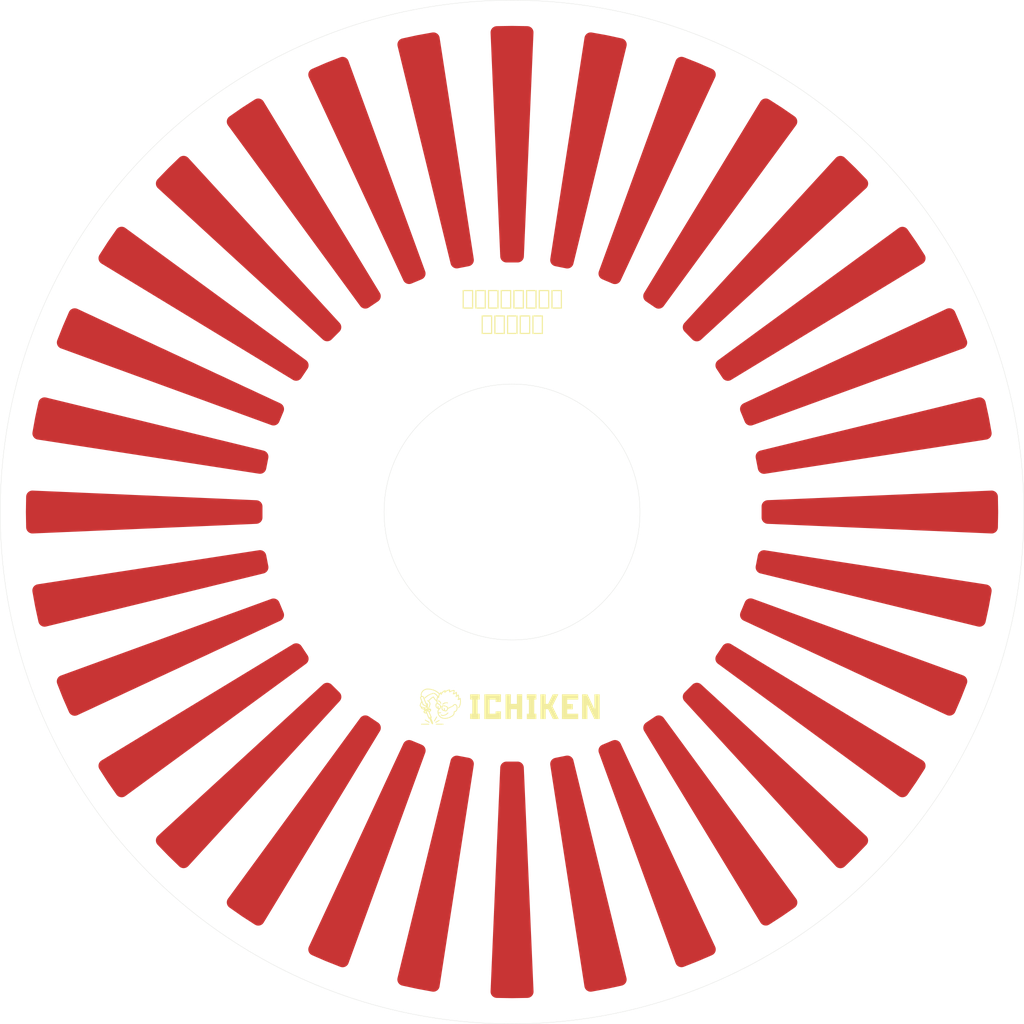
<source format=kicad_pcb>
(kicad_pcb (version 20221018) (generator pcbnew)
  (layers (0 "F.Cu" signal) (31 "B.Cu" signal) (34 "B.Paste" user) (35 "F.Paste" user) (36 "B.SilkS" user "B.Silkscreen") (37 "F.SilkS" user "F.Silkscreen") (38 "B.Mask" user) (39 "F.Mask" user) (44 "Edge.Cuts" user))
  (net 0 "")
  (footprint "MountingHole:MountingHole_3.2mm_M3" (layer "F.Cu") (at 0 -60.96)
    (fp_text reference "REF**" hide)
    (fp_text value "MountingHole_3.2mm_M3" hide)
    (pad "" np_thru_hole circle (at 0 0) (size 3.2 3.2) (drill 3.2) (layers "F&B.Cu" "*.Mask"))
  )
  (footprint "MountingHole:MountingHole_3.2mm_M3" (layer "F.Cu") (at 60.96 0)
    (fp_text reference "REF**" hide)
    (fp_text value "MountingHole_3.2mm_M3" hide)
    (pad "" np_thru_hole circle (at 0 0) (size 3.2 3.2) (drill 3.2) (layers "F&B.Cu" "*.Mask"))
  )
  (footprint "MountingHole:MountingHole_3.2mm_M3" (layer "F.Cu") (at 0 60.96)
    (fp_text reference "REF**" hide)
    (fp_text value "MountingHole_3.2mm_M3" hide)
    (pad "" np_thru_hole circle (at 0 0) (size 3.2 3.2) (drill 3.2) (layers "F&B.Cu" "*.Mask"))
  )
  (footprint "MountingHole:MountingHole_3.2mm_M3" (layer "F.Cu") (at -60.96 0)
    (fp_text reference "REF**" hide)
    (fp_text value "MountingHole_3.2mm_M3" hide)
    (pad "" np_thru_hole circle (at 0 0) (size 3.2 3.2) (drill 3.2) (layers "*.Cu" "*.Mask"))
  )
  (gr_poly (pts (xy -161.671 100.7618) (xy -158.4198 105.8164) (xy -154.9908 110.744) (xy -83.2612 58.2422) (xy -85.6742 54.61)) (stroke (width 5)) (fill solid) (layer "F.Cu"))
  (gr_poly (pts (xy 190.3984 -6.0198) (xy 101.5746 -2.2098) (xy 101.5746 2.1844) (xy 190.3984 6.0198) (xy 190.5 0)) (stroke (width 5)) (fill solid) (layer "F.Cu"))
  (gr_poly (pts (xy -21.9456 99.2124) (xy -43.0276 185.5724) (xy -37.1348 186.8424) (xy -31.242 187.9346) (xy -17.653 100.0252)) (stroke (width 5)) (fill solid) (layer "F.Cu"))
  (gr_poly (pts (xy -73.3806 70.2818) (xy -138.8872 130.3782) (xy -134.6962 134.6962) (xy -130.3782 138.8872) (xy -70.2564 73.3806)) (stroke (width 5)) (fill solid) (layer "F.Cu"))
  (gr_poly (pts (xy 186.8424 -37.1602) (xy 185.5724 -43.0276) (xy 99.2124 -21.971) (xy 100.0506 -17.653) (xy 187.9092 -31.242)) (stroke (width 5)) (fill solid) (layer "F.Cu"))
  (gr_poly (pts (xy -173.609 -78.3844) (xy -175.9966 -72.8726) (xy -178.2064 -67.31) (xy -94.6912 -36.8554) (xy -93.0148 -40.8686)) (stroke (width 5)) (fill solid) (layer "F.Cu"))
  (gr_poly (pts (xy -40.8686 93.0148) (xy -78.3844 173.6344) (xy -72.8726 176.022) (xy -67.2592 178.2318) (xy -36.8046 94.6912)) (stroke (width 5)) (fill solid) (layer "F.Cu"))
  (gr_poly (pts (xy 0 -190.5) (xy -6.0198 -190.3984) (xy -2.1844 -101.5746) (xy 2.2098 -101.5746) (xy 6.0198 -190.3984)) (stroke (width 5)) (fill solid) (layer "F.Cu"))
  (gr_poly (pts (xy 17.653 100.0506) (xy 31.2166 187.9346) (xy 37.1602 186.8424) (xy 43.0022 185.5724) (xy 21.9456 99.187)) (stroke (width 5)) (fill solid) (layer "F.Cu"))
  (gr_poly (pts (xy -187.9346 31.1658) (xy -186.8424 37.1602) (xy -185.5724 43.0276) (xy -99.2124 21.9456) (xy -100.0506 17.6276)) (stroke (width 5)) (fill solid) (layer "F.Cu"))
  (gr_poly (pts (xy 134.6962 -134.6962) (xy 130.3782 -138.8872) (xy 70.2818 -73.3806) (xy 73.3552 -70.2564) (xy 138.8872 -130.3782)) (stroke (width 5)) (fill solid) (layer "F.Cu"))
  (gr_poly (pts (xy 138.8618 130.4036) (xy 73.3806 70.2818) (xy 70.2818 73.3806) (xy 130.3782 138.9126) (xy 134.6962 134.6962)) (stroke (width 5)) (fill solid) (layer "F.Cu"))
  (gr_poly (pts (xy 176.0474 72.771) (xy 178.2318 67.2084) (xy 94.7166 36.7792) (xy 93.0148 40.8432) (xy 173.6598 78.3336)) (stroke (width 5)) (fill solid) (layer "F.Cu"))
  (gr_poly (pts (xy 154.9908 -110.744) (xy 83.2612 -58.2422) (xy 85.6742 -54.5846) (xy 161.671 -100.7618) (xy 158.4198 -105.8164)) (stroke (width 5)) (fill solid) (layer "F.Cu"))
  (gr_poly (pts (xy 161.671 100.7364) (xy 85.6742 54.5846) (xy 83.2358 58.2422) (xy 154.9908 110.744) (xy 158.4198 105.791)) (stroke (width 5)) (fill solid) (layer "F.Cu"))
  (gr_poly (pts (xy -78.3844 -173.6344) (xy -40.8686 -93.0148) (xy -36.83 -94.6912) (xy -67.2846 -178.2064) (xy -72.8726 -176.022)) (stroke (width 5)) (fill solid) (layer "F.Cu"))
  (gr_poly (pts (xy -110.744 -154.9908) (xy -58.2422 -83.2612) (xy -54.61 -85.6996) (xy -100.7618 -161.671) (xy -105.8164 -158.4198)) (stroke (width 5)) (fill solid) (layer "F.Cu"))
  (gr_poly (pts (xy 175.9966 -72.8726) (xy 173.609 -78.4098) (xy 93.0148 -40.894) (xy 94.6912 -36.83) (xy 178.2064 -67.2846)) (stroke (width 5)) (fill solid) (layer "F.Cu"))
  (gr_poly (pts (xy 186.8424 37.1348) (xy 187.9092 31.242) (xy 100.0506 17.653) (xy 99.2124 21.9456) (xy 185.5724 43.0276)) (stroke (width 5)) (fill solid) (layer "F.Cu"))
  (gr_poly (pts (xy -58.2422 83.2358) (xy -110.744 154.9654) (xy -105.8164 158.4198) (xy -100.7364 161.6964) (xy -54.5846 85.6742)) (stroke (width 5)) (fill solid) (layer "F.Cu"))
  (gr_poly (pts (xy 105.8164 -158.4198) (xy 100.7364 -161.671) (xy 54.5846 -85.6996) (xy 58.2168 -83.2358) (xy 110.744 -155.0162)) (stroke (width 5)) (fill solid) (layer "F.Cu"))
  (gr_poly (pts (xy -154.9908 -110.7694) (xy -158.4452 -105.791) (xy -161.671 -100.7618) (xy -85.6996 -54.61) (xy -83.2612 -58.2422)) (stroke (width 5)) (fill solid) (layer "F.Cu"))
  (gr_poly (pts (xy -185.5724 -43.0276) (xy -186.8424 -37.1602) (xy -187.9092 -31.242) (xy -100.0506 -17.6784) (xy -99.2124 -21.9456)) (stroke (width 5)) (fill solid) (layer "F.Cu"))
  (gr_poly (pts (xy -138.8872 -130.4036) (xy -73.3806 -70.2818) (xy -70.2818 -73.3806) (xy -130.3782 -138.9126) (xy -134.6962 -134.7216)) (stroke (width 5)) (fill solid) (layer "F.Cu"))
  (gr_poly (pts (xy 72.8726 -176.022) (xy 67.2846 -178.2318) (xy 36.83 -94.6912) (xy 40.8686 -92.9894) (xy 78.3844 -173.6344)) (stroke (width 5)) (fill solid) (layer "F.Cu"))
  (gr_poly (pts (xy 58.2422 83.2358) (xy 54.61 85.6742) (xy 100.7618 161.671) (xy 105.791 158.4198) (xy 110.7694 154.9908)) (stroke (width 5)) (fill solid) (layer "F.Cu"))
  (gr_poly (pts (xy 36.83 94.6912) (xy 67.2846 178.2064) (xy 72.8726 175.9966) (xy 78.3844 173.6344) (xy 40.8686 93.0148)) (stroke (width 5)) (fill solid) (layer "F.Cu"))
  (gr_poly (pts (xy -190.3984 -6.0198) (xy -190.5 0) (xy -190.3984 6.0198) (xy -101.5746 2.1844) (xy -101.5746 -2.1844)) (stroke (width 5)) (fill solid) (layer "F.Cu"))
  (gr_poly (pts (xy -178.2318 67.2592) (xy -176.022 72.8726) (xy -173.609 78.3844) (xy -93.0148 40.8686) (xy -94.6912 36.83)) (stroke (width 5)) (fill solid) (layer "F.Cu"))
  (gr_poly (pts (xy 31.242 -187.9092) (xy 17.653 -100.0506) (xy 21.9456 -99.187) (xy 43.0276 -185.5724) (xy 37.1602 -186.8424)) (stroke (width 5)) (fill solid) (layer "F.Cu"))
  (gr_poly (pts (xy -43.0022 -185.5724) (xy -21.9456 -99.2124) (xy -17.653 -100.0506) (xy -31.2166 -187.9092) (xy -37.1602 -186.8424)) (stroke (width 5)) (fill solid) (layer "F.Cu"))
  (gr_poly (pts (xy -2.1844 101.5746) (xy -6.0198 190.3984) (xy 0 190.5) (xy 6.0452 190.3984) (xy 2.1844 101.5746)) (stroke (width 5)) (fill solid) (layer "F.Cu"))
  (gr_poly (pts (xy -34.4424 82.423) (xy -34.434435 82.423402) (xy -34.426471 82.424195) (xy -34.418521 82.425382) (xy -34.4106 82.426967) (xy -34.402723 82.428954) (xy -34.394902 82.431348) (xy -34.387151 82.434151) (xy -34.379486 82.437367) (xy -34.37192 82.441001) (xy -34.364467 82.445055) (xy -32.796017 83.35046) (xy -32.796017 83.350988) (xy -32.788778 83.355413) (xy -32.781847 83.360147) (xy -32.775226 83.365175) (xy -32.768921 83.370484) (xy -32.762935 83.376058) (xy -32.757272 83.381885) (xy -32.751935 83.38795) (xy -32.746929 83.39424) (xy -32.742257 83.400739) (xy -32.737922 83.407434) (xy -32.733929 83.414311) (xy -32.730282 83.421356) (xy -32.726984 83.428555) (xy -32.724038 83.435894) (xy -32.72145 83.443358) (xy -32.719222 83.450935) (xy -32.717358 83.458609) (xy -32.715863 83.466366) (xy -32.714739 83.474193) (xy -32.713991 83.482076) (xy -32.713623 83.49) (xy -32.713637 83.497951) (xy -32.714039 83.505916) (xy -32.714832 83.513881) (xy -32.716019 83.52183) (xy -32.717604 83.529751) (xy -32.719591 83.537629) (xy -32.721985 83.54545) (xy -32.724788 83.5532) (xy -32.728004 83.560865) (xy -32.731638 83.568431) (xy -32.735692 83.575884) (xy -32.741733 83.585439) (xy -32.748321 83.59445) (xy -32.755422 83.602907) (xy -32.763002 83.610801) (xy -32.771025 83.618122) (xy -32.779457 83.624858) (xy -32.788262 83.631001) (xy -32.797406 83.63654) (xy -32.806854 83.641465) (xy -32.816571 83.645766) (xy -32.826522 83.649433) (xy -32.836672 83.652456) (xy -32.846987 83.654825) (xy -32.85743 83.656529) (xy -32.867969 83.657559) (xy -32.878567 83.657905) (xy -32.883825 83.657818) (xy -32.88908 83.657558) (xy -32.894329 83.657124) (xy -32.899569 83.656516) (xy -32.904796 83.655734) (xy -32.910007 83.65478) (xy -32.9152 83.653651) (xy -32.920372 83.652349) (xy -32.925518 83.650873) (xy -32.930637 83.649223) (xy -32.935724 83.6474) (xy -32.940778 83.645404) (xy -32.945794 83.643233) (xy -32.95077 83.640889) (xy -32.955702 83.638372) (xy -32.960588 83.63568) (xy -34.529038 82.730276) (xy -34.536277 82.725851) (xy -34.543209 82.721117) (xy -34.549829 82.716089) (xy -34.556134 82.71078) (xy -34.56212 82.705206) (xy -34.567783 82.699379) (xy -34.57312 82.693314) (xy -34.578127 82.687025) (xy -34.582799 82.680526) (xy -34.587133 82.673831) (xy -34.591126 82.666953) (xy -34.594774 82.659908) (xy -34.598072 82.652709) (xy -34.601017 82.645371) (xy -34.603605 82.637906) (xy -34.605833 82.63033) (xy -34.607697 82.622656) (xy -34.609192 82.614898) (xy -34.610316 82.607071) (xy -34.611064 82.599189) (xy -34.611433 82.591264) (xy -34.611418 82.583313) (xy -34.611016 82.575348) (xy -34.610224 82.567384) (xy -34.609037 82.559434) (xy -34.607451 82.551514) (xy -34.605464 82.543636) (xy -34.603071 82.535815) (xy -34.600268 82.528065) (xy -34.597051 82.520399) (xy -34.593418 82.512833) (xy -34.589363 82.50538) (xy -34.584938 82.498141) (xy -34.580204 82.491209) (xy -34.575176 82.484589) (xy -34.569868 82.478284) (xy -34.564293 82.472298) (xy -34.558466 82.466635) (xy -34.552401 82.461298) (xy -34.546112 82.456292) (xy -34.539613 82.451619) (xy -34.532917 82.447285) (xy -34.52604 82.443292) (xy -34.518995 82.439645) (xy -34.511796 82.436346) (xy -34.504457 82.433401) (xy -34.496993 82.430813) (xy -34.489417 82.428585) (xy -34.481743 82.426721) (xy -34.473985 82.425226) (xy -34.466158 82.424102) (xy -34.458275 82.423354) (xy -34.450351 82.422986)) (fill solid) (layer "F.SilkS"))
  (gr_poly (pts (xy -12.833206 74.451993) (xy -13.676698 74.451993) (xy -13.676698 80.074389) (xy -12.833206 80.074389) (xy -12.833206 82.182588) (xy -16.628389 82.182588) (xy -16.628389 80.074389) (xy -15.784898 80.074389) (xy -15.784898 74.451993) (xy -16.628389 74.451993) (xy -16.628389 72.343793) (xy -12.833206 72.343793)) (fill solid) (layer "F.SilkS"))
  (gr_poly (pts (xy 13.369539 76.167022) (xy 14.339504 76.167022) (xy 16.181002 72.343793) (xy 18.401912 72.343793) (xy 16.026485 77.094651) (xy 18.542672 82.182588) (xy 16.223336 82.182588) (xy 14.340029 78.275222) (xy 13.370067 78.275222) (xy 13.370067 82.182588) (xy 13.369802 82.182853) (xy 13.369539 82.183118) (xy 11.261339 82.183118) (xy 11.261339 72.343793) (xy 13.369539 72.343793)) (fill solid) (layer "F.SilkS"))
  (gr_poly (pts (xy -25.951369 75.55369) (xy -25.88269 75.558316) (xy -25.816161 75.565412) (xy -25.752024 75.574976) (xy -25.690519 75.587004) (xy -25.631888 75.601495) (xy -25.576371 75.618446) (xy -25.524209 75.637856) (xy -25.516451 75.641258) (xy -25.508956 75.645006) (xy -25.501729 75.649088) (xy -25.494777 75.653489) (xy -25.488104 75.658196) (xy -25.481717 75.663196) (xy -25.475621 75.668475) (xy -25.469821 75.674021) (xy -25.464324 75.679819) (xy -25.459135 75.685857) (xy -25.454259 75.69212) (xy -25.449702 75.698596) (xy -25.445471 75.705272) (xy -25.441569 75.712133) (xy -25.438004 75.719166) (xy -25.43478 75.726359) (xy -25.431904 75.733697) (xy -25.42938 75.741168) (xy -25.427215 75.748758) (xy -25.425415 75.756453) (xy -25.423983 75.764241) (xy -25.422928 75.772107) (xy -25.422253 75.780039) (xy -25.421965 75.788023) (xy -25.422069 75.796046) (xy -25.42257 75.804095) (xy -25.423476 75.812155) (xy -25.42479 75.820214) (xy -25.426519 75.828258) (xy -25.428669 75.836274) (xy -25.431244 75.844249) (xy -25.434251 75.852168) (xy -25.437653 75.859927) (xy -25.441402 75.867422) (xy -25.445483 75.874649) (xy -25.449884 75.881601) (xy -25.454592 75.888274) (xy -25.459592 75.894661) (xy -25.464871 75.900757) (xy -25.470417 75.906557) (xy -25.476215 75.912054) (xy -25.482252 75.917243) (xy -25.488516 75.922119) (xy -25.494992 75.926675) (xy -25.501667 75.930907) (xy -25.508528 75.934808) (xy -25.515562 75.938374) (xy -25.522755 75.941597) (xy -25.530093 75.944474) (xy -25.537564 75.946997) (xy -25.545154 75.949162) (xy -25.552849 75.950963) (xy -25.560637 75.952394) (xy -25.568503 75.95345) (xy -25.576435 75.954125) (xy -25.584419 75.954413) (xy -25.592442 75.954309) (xy -25.60049 75.953807) (xy -25.60855 75.952902) (xy -25.616609 75.951587) (xy -25.624653 75.949858) (xy -25.632669 75.947709) (xy -25.640644 75.945133) (xy -25.648564 75.942127) (xy -25.701868 75.922387) (xy -25.757074 75.905956) (xy -25.813989 75.892725) (xy -25.872419 75.882582) (xy -25.93217 75.875416) (xy -25.993049 75.871118) (xy -26.054861 75.869576) (xy -26.117414 75.870681) (xy -26.180513 75.874321) (xy -26.243965 75.880385) (xy -26.371153 75.899348) (xy -26.497427 75.926683) (xy -26.621239 75.961507) (xy -26.741038 76.002936) (xy -26.855276 76.050084) (xy -26.962403 76.102067) (xy -27.060869 76.158002) (xy -27.149124 76.217003) (xy -27.188939 76.247377) (xy -27.22562 76.278186) (xy -27.258974 76.309319) (xy -27.288807 76.340666) (xy -27.314925 76.372117) (xy -27.337135 76.40356) (xy -27.343244 76.41252) (xy -27.349842 76.420941) (xy -27.356897 76.428818) (xy -27.364378 76.436145) (xy -27.372253 76.442917) (xy -27.38049 76.449129) (xy -27.389057 76.454775) (xy -27.397923 76.45985) (xy -27.407055 76.464348) (xy -27.416422 76.468264) (xy -27.425992 76.471592) (xy -27.435733 76.474327) (xy -27.445614 76.476464) (xy -27.455603 76.477998) (xy -27.465668 76.478921) (xy -27.475776 76.479231) (xy -27.48153 76.479131) (xy -27.487279 76.478833) (xy -27.493019 76.478334) (xy -27.498745 76.477635) (xy -27.504452 76.476734) (xy -27.510136 76.475631) (xy -27.515793 76.474325) (xy -27.521416 76.472815) (xy -27.527003 76.4711) (xy -27.532547 76.46918) (xy -27.538046 76.467053) (xy -27.543493 76.46472) (xy -27.548884 76.462179) (xy -27.554214 76.459429) (xy -27.55948 76.456471) (xy -27.564676 76.453302) (xy -27.571709 76.448537) (xy -27.578419 76.443479) (xy -27.584805 76.438143) (xy -27.590861 76.432542) (xy -27.596586 76.426691) (xy -27.601976 76.420604) (xy -27.607028 76.414294) (xy -27.611738 76.407777) (xy -27.616105 76.401065) (xy -27.620125 76.394175) (xy -27.623794 76.387118) (xy -27.627109 76.379911) (xy -27.630068 76.372566) (xy -27.632667 76.365098) (xy -27.634904 76.357521) (xy -27.636775 76.349849) (xy -27.638276 76.342097) (xy -27.639406 76.334278) (xy -27.64016 76.326407) (xy -27.640537 76.318498) (xy -27.640532 76.310565) (xy -27.640142 76.302622) (xy -27.639365 76.294683) (xy -27.638197 76.286763) (xy -27.636635 76.278875) (xy -27.634677 76.271034) (xy -27.632318 76.263253) (xy -27.629557 76.255548) (xy -27.626389 76.247932) (xy -27.622812 76.240419) (xy -27.618823 76.233024) (xy -27.614418 76.22576) (xy -27.579615 76.175476) (xy -27.540583 76.12648) (xy -27.497458 76.078856) (xy -27.450376 76.032688) (xy -27.399475 75.988062) (xy -27.34489 75.945061) (xy -27.286758 75.90377) (xy -27.225216 75.864273) (xy -27.160399 75.826655) (xy -27.092445 75.791001) (xy -27.021489 75.757394) (xy -26.947668 75.725921) (xy -26.871119 75.696664) (xy -26.791977 75.669708) (xy -26.71038 75.645138) (xy -26.626464 75.623039) (xy -26.626464 75.623568) (xy -26.549281 75.605864) (xy -26.472078 75.590649) (xy -26.395098 75.577923) (xy -26.31858 75.567683) (xy -26.242766 75.559927) (xy -26.167896 75.554651) (xy -26.094213 75.551855) (xy -26.021957 75.551535)) (fill solid) (layer "F.SilkS"))
  (gr_poly (pts (xy -29.896329 81.170463) (xy -29.888364 81.170865) (xy -29.8804 81.171657) (xy -29.87245 81.172844) (xy -29.86453 81.174429) (xy -29.856652 81.176417) (xy -29.848831 81.17881) (xy -29.841081 81.181613) (xy -29.833416 81.18483) (xy -29.825849 81.188463) (xy -29.818396 81.192518) (xy -29.818396 81.193047) (xy -29.811157 81.197472) (xy -29.804226 81.202206) (xy -29.797605 81.207234) (xy -29.7913 81.212542) (xy -29.785314 81.218117) (xy -29.779651 81.223944) (xy -29.774314 81.230009) (xy -29.769308 81.236298) (xy -29.764635 81.242797) (xy -29.760301 81.249492) (xy -29.756308 81.256369) (xy -29.752661 81.263415) (xy -29.749363 81.270614) (xy -29.746417 81.277952) (xy -29.743829 81.285417) (xy -29.741601 81.292993) (xy -29.739737 81.300667) (xy -29.738242 81.308425) (xy -29.737118 81.316252) (xy -29.73637 81.324134) (xy -29.736002 81.332059) (xy -29.736017 81.34001) (xy -29.736418 81.347975) (xy -29.737211 81.355939) (xy -29.738398 81.363889) (xy -29.739983 81.37181) (xy -29.74197 81.379687) (xy -29.744364 81.387508) (xy -29.747167 81.395259) (xy -29.750383 81.402924) (xy -29.754017 81.41049) (xy -29.758072 81.417943) (xy -30.686759 83.027139) (xy -30.692799 83.036693) (xy -30.699388 83.045704) (xy -30.706489 83.054161) (xy -30.714069 83.062055) (xy -30.722092 83.069376) (xy -30.730524 83.076112) (xy -30.739329 83.082255) (xy -30.748473 83.087794) (xy -30.757921 83.092719) (xy -30.767638 83.097021) (xy -30.777588 83.100688) (xy -30.787739 83.10371) (xy -30.798053 83.106079) (xy -30.808497 83.107784) (xy -30.819036 83.108814) (xy -30.829634 83.109159) (xy -30.834892 83.109072) (xy -30.840147 83.108812) (xy -30.845396 83.108378) (xy -30.850635 83.10777) (xy -30.855862 83.106989) (xy -30.861074 83.106034) (xy -30.866267 83.104905) (xy -30.871438 83.103603) (xy -30.876585 83.102127) (xy -30.881703 83.100478) (xy -30.886791 83.098655) (xy -30.891844 83.096658) (xy -30.896861 83.094488) (xy -30.901837 83.092144) (xy -30.906769 83.089626) (xy -30.911655 83.086935) (xy -30.918894 83.082509) (xy -30.925826 83.077776) (xy -30.932446 83.072748) (xy -30.938751 83.067439) (xy -30.944737 83.061865) (xy -30.9504 83.056038) (xy -30.955737 83.049973) (xy -30.960743 83.043684) (xy -30.965416 83.037185) (xy -30.96975 83.030489) (xy -30.973743 83.023612) (xy -30.97739 83.016567) (xy -30.980689 83.009368) (xy -30.983634 83.00203) (xy -30.986222 82.994565) (xy -30.98845 82.986989) (xy -30.990314 82.979315) (xy -30.991809 82.971557) (xy -30.992933 82.96373) (xy -30.993681 82.955847) (xy -30.994049 82.947923) (xy -30.994035 82.939972) (xy -30.993633 82.932007) (xy -30.992841 82.924042) (xy -30.991654 82.916093) (xy -30.990068 82.908172) (xy -30.988081 82.900294) (xy -30.985688 82.892473) (xy -30.982885 82.884723) (xy -30.979668 82.877058) (xy -30.976035 82.869492) (xy -30.97198 82.862038) (xy -30.043292 81.252843) (xy -30.038867 81.245603) (xy -30.034133 81.238672) (xy -30.029105 81.232052) (xy -30.023797 81.225747) (xy -30.018222 81.219761) (xy -30.012395 81.214097) (xy -30.00633 81.208761) (xy -30.000041 81.203754) (xy -29.993542 81.199082) (xy -29.986847 81.194747) (xy -29.97997 81.190755) (xy -29.972924 81.187107) (xy -29.965726 81.183809) (xy -29.958387 81.180864) (xy -29.950922 81.178275) (xy -29.943346 81.176047) (xy -29.935672 81.174184) (xy -29.927914 81.172688) (xy -29.920087 81.171565) (xy -29.912205 81.170817) (xy -29.904281 81.170448)) (fill solid) (layer "F.SilkS"))
  (gr_poly (pts (xy -25.434338 79.578763) (xy -25.426442 79.579297) (xy -25.418565 79.58021) (xy -25.410723 79.581503) (xy -25.40293 79.583176) (xy -25.395201 79.585233) (xy -25.38755 79.587673) (xy -25.379992 79.590498) (xy -25.372541 79.593709) (xy -25.365213 79.597308) (xy -25.358022 79.601295) (xy -25.350982 79.605672) (xy -25.344108 79.610441) (xy -25.337414 79.615602) (xy -25.330992 79.621094) (xy -25.324921 79.626844) (xy -25.319204 79.632838) (xy -25.313842 79.63906) (xy -25.308836 79.645497) (xy -25.304188 79.652134) (xy -25.299901 79.658955) (xy -25.295974 79.665947) (xy -25.29241 79.673095) (xy -25.289211 79.680384) (xy -25.286377 79.6878) (xy -25.283911 79.695327) (xy -25.281813 79.702952) (xy -25.280087 79.71066) (xy -25.278732 79.718435) (xy -25.277751 79.726264) (xy -25.277145 79.734131) (xy -25.276916 79.742023) (xy -25.277065 79.749924) (xy -25.277594 79.75782) (xy -25.278504 79.765697) (xy -25.279797 79.773539) (xy -25.281475 79.781332) (xy -25.283538 79.789061) (xy -25.28599 79.796712) (xy -25.28883 79.80427) (xy -25.292061 79.81172) (xy -25.295684 79.819049) (xy -25.299701 79.82624) (xy -25.304114 79.83328) (xy -25.308923 79.840154) (xy -25.314131 79.846848) (xy -25.38158 79.926319) (xy -25.452631 80.003712) (xy -25.527091 80.078899) (xy -25.604768 80.151747) (xy -25.685467 80.222127) (xy -25.768996 80.289909) (xy -25.855163 80.354962) (xy -25.943773 80.417157) (xy -26.034635 80.476363) (xy -26.127554 80.532449) (xy -26.222339 80.585286) (xy -26.318795 80.634744) (xy -26.416731 80.680691) (xy -26.515952 80.722999) (xy -26.616267 80.761536) (xy -26.717481 80.796172) (xy -26.811424 80.824624) (xy -26.904674 80.849263) (xy -26.997129 80.870093) (xy -27.088691 80.887123) (xy -27.179261 80.900357) (xy -27.26874 80.909803) (xy -27.357028 80.915465) (xy -27.444027 80.917352) (xy -27.502058 80.91649) (xy -27.559453 80.913907) (xy -27.616181 80.909604) (xy -27.672213 80.903585) (xy -27.727519 80.895851) (xy -27.782071 80.886405) (xy -27.835838 80.875248) (xy -27.888791 80.862384) (xy -27.940901 80.847815) (xy -27.992138 80.831543) (xy -28.042472 80.81357) (xy -28.091875 80.793899) (xy -28.140317 80.772531) (xy -28.187768 80.74947) (xy -28.234199 80.724718) (xy -28.27958 80.698277) (xy -28.286716 80.693706) (xy -28.293535 80.688832) (xy -28.300034 80.683671) (xy -28.30621 80.678236) (xy -28.31206 80.672542) (xy -28.31758 80.666602) (xy -28.322767 80.66043) (xy -28.327618 80.654041) (xy -28.33213 80.64745) (xy -28.336299 80.640669) (xy -28.340121 80.633713) (xy -28.343595 80.626597) (xy -28.346715 80.619334) (xy -28.34948 80.611939) (xy -28.351885 80.604426) (xy -28.353928 80.596809) (xy -28.355605 80.589101) (xy -28.356912 80.581318) (xy -28.357848 80.573474) (xy -28.358407 80.565582) (xy -28.358588 80.557656) (xy -28.358386 80.549712) (xy -28.357798 80.541762) (xy -28.356822 80.533821) (xy -28.355453 80.525904) (xy -28.353689 80.518024) (xy -28.351526 80.510196) (xy -28.348961 80.502433) (xy -28.34599 80.49475) (xy -28.342611 80.487161) (xy -28.33882 80.479681) (xy -28.334613 80.472322) (xy -28.334085 80.471793) (xy -28.329515 80.464658) (xy -28.324641 80.457839) (xy -28.31948 80.45134) (xy -28.314045 80.445164) (xy -28.308351 80.439314) (xy -28.302411 80.433794) (xy -28.296239 80.428606) (xy -28.289851 80.423755) (xy -28.283259 80.419244) (xy -28.276478 80.415075) (xy -28.269522 80.411252) (xy -28.262406 80.407779) (xy -28.255144 80.404659) (xy -28.247748 80.401894) (xy -28.240235 80.399489) (xy -28.232618 80.397446) (xy -28.224911 80.395769) (xy -28.217128 80.394461) (xy -28.209283 80.393526) (xy -28.201391 80.392967) (xy -28.193465 80.392786) (xy -28.185521 80.392988) (xy -28.177571 80.393576) (xy -28.16963 80.394552) (xy -28.161713 80.395921) (xy -28.153833 80.397685) (xy -28.146005 80.399848) (xy -28.138242 80.402413) (xy -28.130559 80.405383) (xy -28.12297 80.408763) (xy -28.11549 80.412554) (xy -28.108131 80.41676) (xy -28.049983 80.44939) (xy -27.988576 80.478509) (xy -27.9241 80.5041) (xy -27.856743 80.526149) (xy -27.786694 80.544638) (xy -27.714142 80.559552) (xy -27.562287 80.578586) (xy -27.40269 80.583122) (xy -27.236863 80.57303) (xy -27.066319 80.548179) (xy -26.892569 80.508439) (xy -26.717126 80.453679) (xy -26.541503 80.38377) (xy -26.367211 80.298582) (xy -26.195764 80.197983) (xy -26.111579 80.141865) (xy -26.028673 80.081845) (xy -25.947233 80.017907) (xy -25.86745 79.950036) (xy -25.789512 79.878214) (xy -25.713609 79.802426) (xy -25.639928 79.722655) (xy -25.56866 79.638886) (xy -25.563169 79.632464) (xy -25.557419 79.626398) (xy -25.551425 79.620688) (xy -25.545202 79.615334) (xy -25.538765 79.61034) (xy -25.532129 79.605705) (xy -25.525307 79.601431) (xy -25.518315 79.597519) (xy -25.511167 79.593971) (xy -25.503878 79.590788) (xy -25.496462 79.587971) (xy -25.488935 79.585521) (xy -25.48131 79.58344) (xy -25.473603 79.581728) (xy -25.465827 79.580388) (xy -25.457998 79.57942) (xy -25.450131 79.578826) (xy -25.442239 79.578606)) (fill solid) (layer "F.SilkS"))
  (gr_poly (pts (xy -33.01455 84.078277) (xy -33.006182 84.078912) (xy -32.997938 84.079956) (xy -32.989827 84.081402) (xy -32.981859 84.083237) (xy -32.974044 84.085451) (xy -32.966394 84.088035) (xy -32.958918 84.090978) (xy -32.951626 84.09427) (xy -32.944529 84.097901) (xy -32.937637 84.101859) (xy -32.930961 84.106136) (xy -32.92451 84.110721) (xy -32.918295 84.115603) (xy -32.912326 84.120772) (xy -32.906613 84.126218) (xy -32.901167 84.13193) (xy -32.895998 84.137899) (xy -32.891116 84.144115) (xy -32.886532 84.150566) (xy -32.882255 84.157242) (xy -32.878296 84.164134) (xy -32.874666 84.171231) (xy -32.871374 84.178522) (xy -32.868431 84.185999) (xy -32.865847 84.193649) (xy -32.863632 84.201463) (xy -32.861797 84.209431) (xy -32.860352 84.217542) (xy -32.859307 84.225787) (xy -32.858673 84.234154) (xy -32.858459 84.242634) (xy -32.858673 84.251114) (xy -32.859307 84.259481) (xy -32.860352 84.267725) (xy -32.861797 84.275836) (xy -32.863632 84.283804) (xy -32.865847 84.291618) (xy -32.868431 84.299268) (xy -32.871374 84.306744) (xy -32.874666 84.314036) (xy -32.878296 84.321133) (xy -32.882255 84.328024) (xy -32.886532 84.334701) (xy -32.891116 84.341152) (xy -32.895998 84.347367) (xy -32.901167 84.353336) (xy -32.906613 84.359049) (xy -32.912326 84.364495) (xy -32.918295 84.369664) (xy -32.92451 84.374546) (xy -32.930961 84.37913) (xy -32.937637 84.383407) (xy -32.944529 84.387366) (xy -32.951626 84.390996) (xy -32.958918 84.394288) (xy -32.966394 84.397231) (xy -32.974044 84.399815) (xy -32.981859 84.40203) (xy -32.989827 84.403865) (xy -32.997938 84.40531) (xy -33.006182 84.406355) (xy -33.01455 84.406989) (xy -33.02303 84.407203) (xy -35.95673 84.407203) (xy -35.96521 84.406989) (xy -35.973577 84.406355) (xy -35.981821 84.40531) (xy -35.989933 84.403865) (xy -35.997901 84.40203) (xy -36.005715 84.399815) (xy -36.013365 84.397231) (xy -36.020842 84.394288) (xy -36.028133 84.390996) (xy -36.03523 84.387366) (xy -36.042122 84.383407) (xy -36.048798 84.37913) (xy -36.055249 84.374546) (xy -36.061465 84.369664) (xy -36.067434 84.364495) (xy -36.073146 84.359049) (xy -36.078592 84.353336) (xy -36.083761 84.347367) (xy -36.088643 84.341152) (xy -36.093228 84.334701) (xy -36.097505 84.328024) (xy -36.101463 84.321133) (xy -36.105094 84.314036) (xy -36.108386 84.306744) (xy -36.111329 84.299268) (xy -36.113913 84.291618) (xy -36.116127 84.283804) (xy -36.117962 84.275836) (xy -36.119407 84.267725) (xy -36.120452 84.259481) (xy -36.121087 84.251114) (xy -36.121301 84.242634) (xy -36.121087 84.234154) (xy -36.120452 84.225787) (xy -36.119407 84.217542) (xy -36.117962 84.209431) (xy -36.116127 84.201463) (xy -36.113913 84.193649) (xy -36.111329 84.185999) (xy -36.108386 84.178522) (xy -36.105094 84.171231) (xy -36.101463 84.164134) (xy -36.097505 84.157242) (xy -36.093228 84.150566) (xy -36.088643 84.144115) (xy -36.083761 84.137899) (xy -36.078592 84.13193) (xy -36.073146 84.126218) (xy -36.067434 84.120772) (xy -36.061465 84.115603) (xy -36.05525 84.110721) (xy -36.048799 84.106136) (xy -36.042122 84.101859) (xy -36.03523 84.097901) (xy -36.028133 84.09427) (xy -36.020842 84.090978) (xy -36.013365 84.088035) (xy -36.005715 84.085451) (xy -35.997901 84.083237) (xy -35.989933 84.081402) (xy -35.981821 84.079956) (xy -35.973577 84.078912) (xy -35.96521 84.078277) (xy -35.95673 84.078063) (xy -33.02303 84.078063)) (fill solid) (layer "F.SilkS"))
  (gr_poly (pts (xy -28.918139 82.548767) (xy -28.910256 82.549515) (xy -28.902429 82.550639) (xy -28.894671 82.552134) (xy -28.886997 82.553998) (xy -28.879421 82.556226) (xy -28.871957 82.558814) (xy -28.864618 82.561759) (xy -28.857419 82.565057) (xy -28.850374 82.568705) (xy -28.843497 82.572698) (xy -28.836801 82.577032) (xy -28.830302 82.581704) (xy -28.824013 82.586711) (xy -28.817948 82.592048) (xy -28.812121 82.597711) (xy -28.806547 82.603697) (xy -28.801238 82.610002) (xy -28.79621 82.616622) (xy -28.791476 82.623554) (xy -28.787051 82.630793) (xy -28.782996 82.638246) (xy -28.779363 82.645812) (xy -28.776146 82.653477) (xy -28.773343 82.661227) (xy -28.77095 82.669048) (xy -28.768962 82.676926) (xy -28.767377 82.684847) (xy -28.76619 82.692797) (xy -28.765398 82.700761) (xy -28.764996 82.708726) (xy -28.764981 82.716677) (xy -28.76535 82.724601) (xy -28.766098 82.732484) (xy -28.767221 82.740311) (xy -28.768717 82.748069) (xy -28.77058 82.755743) (xy -28.772808 82.763319) (xy -28.775397 82.770784) (xy -28.778342 82.778122) (xy -28.78164 82.785321) (xy -28.785288 82.792366) (xy -28.789281 82.799244) (xy -28.793615 82.805939) (xy -28.798287 82.812438) (xy -28.803294 82.818727) (xy -28.808631 82.824792) (xy -28.814294 82.830619) (xy -28.82028 82.836194) (xy -28.826585 82.841502) (xy -28.833205 82.84653) (xy -28.840137 82.851264) (xy -28.847376 82.855689) (xy -30.213155 83.644148) (xy -30.213155 83.643618) (xy -30.218041 83.646397) (xy -30.222974 83.648979) (xy -30.22795 83.651367) (xy -30.232966 83.653565) (xy -30.238019 83.655573) (xy -30.243107 83.657394) (xy -30.248226 83.65903) (xy -30.253372 83.660485) (xy -30.258543 83.66176) (xy -30.263736 83.662857) (xy -30.268948 83.663779) (xy -30.274175 83.664528) (xy -30.279414 83.665107) (xy -30.284663 83.665517) (xy -30.289918 83.665761) (xy -30.295176 83.665842) (xy -30.305861 83.665503) (xy -30.316465 83.664489) (xy -30.326953 83.662808) (xy -30.337294 83.660468) (xy -30.347456 83.657478) (xy -30.357405 83.653844) (xy -30.367109 83.649574) (xy -30.371859 83.647203) (xy -30.376535 83.644676) (xy -30.381134 83.641994) (xy -30.385652 83.639159) (xy -30.390083 83.63617) (xy -30.394426 83.633028) (xy -30.398674 83.629736) (xy -30.402824 83.626294) (xy -30.406873 83.622702) (xy -30.410815 83.618962) (xy -30.414648 83.615075) (xy -30.418366 83.611041) (xy -30.421966 83.606863) (xy -30.425444 83.602539) (xy -30.428795 83.598073) (xy -30.432016 83.593464) (xy -30.435103 83.588713) (xy -30.438051 83.583822) (xy -30.442106 83.576369) (xy -30.445739 83.568803) (xy -30.448956 83.561138) (xy -30.451759 83.553388) (xy -30.454152 83.545567) (xy -30.456139 83.537689) (xy -30.457725 83.529768) (xy -30.458912 83.521819) (xy -30.459704 83.513855) (xy -30.460106 83.50589) (xy -30.46012 83.497938) (xy -30.459752 83.490014) (xy -30.459004 83.482131) (xy -30.45788 83.474304) (xy -30.456385 83.466547) (xy -30.454521 83.458873) (xy -30.452293 83.451297) (xy -30.449705 83.443832) (xy -30.44676 83.436493) (xy -30.443461 83.429294) (xy -30.439814 83.422249) (xy -30.435821 83.415372) (xy -30.431487 83.408677) (xy -30.426814 83.402177) (xy -30.421808 83.395888) (xy -30.416471 83.389823) (xy -30.410808 83.383996) (xy -30.404822 83.378421) (xy -30.398517 83.373113) (xy -30.391897 83.368085) (xy -30.384965 83.363351) (xy -30.377726 83.358926) (xy -29.011947 82.570468) (xy -29.004494 82.566414) (xy -28.996928 82.56278) (xy -28.989263 82.559563) (xy -28.981513 82.55676) (xy -28.973692 82.554367) (xy -28.965814 82.55238) (xy -28.957893 82.550794) (xy -28.949943 82.549607) (xy -28.941979 82.548815) (xy -28.934014 82.548413) (xy -28.926063 82.548398)) (fill solid) (layer "F.SilkS"))
  (gr_poly (pts (xy -4.399348 75.408197) (xy -6.507551 75.408197) (xy -6.507551 74.451994) (xy -8.896739 74.451994) (xy -8.896739 80.074389) (xy -6.507551 80.074389) (xy -6.507551 79.118184) (xy -4.399348 79.118184) (xy -4.399348 82.182588) (xy -11.005467 82.182588) (xy -11.005467 72.343793) (xy -4.399348 72.343793)) (fill solid) (layer "F.SilkS"))
  (gr_poly (pts (xy 32.698409 78.219131) (xy 32.698409 72.343793) (xy 34.806606 72.343793) (xy 34.806606 82.183118) (xy 32.698409 82.183118) (xy 29.915523 76.307781) (xy 29.915523 82.183118) (xy 27.807326 82.183118) (xy 27.807326 72.343793) (xy 29.915523 72.343793)) (fill solid) (layer "F.SilkS"))
  (gr_poly (pts (xy -29.108785 74.825038) (xy -29.075567 74.828808) (xy -29.042043 74.834515) (xy -29.008264 74.84215) (xy -28.974283 74.851705) (xy -28.940152 74.863172) (xy -28.905923 74.876542) (xy -28.871647 74.891806) (xy -28.837376 74.908957) (xy -28.803163 74.927984) (xy -28.769059 74.948881) (xy -28.768 74.948881) (xy -28.709296 74.989275) (xy -28.652548 75.033885) (xy -28.597916 75.082451) (xy -28.54556 75.134709) (xy -28.495637 75.1904) (xy -28.448308 75.249263) (xy -28.40373 75.311035) (xy -28.362063 75.375455) (xy -28.323465 75.442264) (xy -28.288096 75.511198) (xy -28.256115 75.581998) (xy -28.227679 75.654401) (xy -28.202949 75.728146) (xy -28.182083 75.802974) (xy -28.16524 75.878621) (xy -28.152579 75.954827) (xy -28.151657 75.963238) (xy -28.151166 75.971598) (xy -28.151098 75.979893) (xy -28.151443 75.988114) (xy -28.152194 75.996247) (xy -28.153341 76.004281) (xy -28.154875 76.012204) (xy -28.156788 76.020005) (xy -28.15907 76.027672) (xy -28.161714 76.035193) (xy -28.164709 76.042557) (xy -28.168048 76.049751) (xy -28.171722 76.056764) (xy -28.175721 76.063585) (xy -28.180036 76.070201) (xy -28.18466 76.076601) (xy -28.189583 76.082773) (xy -28.194797 76.088706) (xy -28.200292 76.094387) (xy -28.206059 76.099805) (xy -28.212091 76.104948) (xy -28.218378 76.109805) (xy -28.224911 76.114363) (xy -28.231682 76.118612) (xy -28.238681 76.122539) (xy -28.2459 76.126132) (xy -28.25333 76.129381) (xy -28.260962 76.132272) (xy -28.268788 76.134795) (xy -28.276799 76.136938) (xy -28.284985 76.138688) (xy -28.293338 76.140035) (xy -28.29482 76.140314) (xy -28.29629 76.140559) (xy -28.2992 76.140953) (xy -28.302072 76.141235) (xy -28.304913 76.141424) (xy -28.307729 76.141539) (xy -28.310527 76.141598) (xy -28.316092 76.141623) (xy -28.323651 76.141449) (xy -28.331142 76.140931) (xy -28.338556 76.140076) (xy -28.345884 76.138892) (xy -28.353117 76.137384) (xy -28.360245 76.13556) (xy -28.367259 76.133426) (xy -28.374151 76.13099) (xy -28.380911 76.128257) (xy -28.38753 76.125235) (xy -28.393999 76.12193) (xy -28.40031 76.118349) (xy -28.406452 76.1145) (xy -28.412416 76.110388) (xy -28.418194 76.106021) (xy -28.423777 76.101406) (xy -28.429155 76.096548) (xy -28.434319 76.091456) (xy -28.439261 76.086135) (xy -28.44397 76.080592) (xy -28.448438 76.074835) (xy -28.452657 76.06887) (xy -28.456616 76.062704) (xy -28.460306 76.056344) (xy -28.463719 76.049796) (xy -28.466846 76.043067) (xy -28.469676 76.036164) (xy -28.472202 76.029094) (xy -28.474414 76.021863) (xy -28.476303 76.014479) (xy -28.47786 76.006948) (xy -28.479075 75.999276) (xy -28.484187 75.965804) (xy -28.49027 75.932766) (xy -28.497289 75.90018) (xy -28.505208 75.868062) (xy -28.513991 75.836428) (xy -28.523602 75.805295) (xy -28.534004 75.77468) (xy -28.545163 75.744598) (xy -28.557042 75.715067) (xy -28.569605 75.686103) (xy -28.59664 75.629941) (xy -28.62598 75.576244) (xy -28.657338 75.525143) (xy -28.690426 75.476771) (xy -28.724957 75.43126) (xy -28.760642 75.38874) (xy -28.797195 75.349344) (xy -28.834328 75.313204) (xy -28.871753 75.280451) (xy -28.909182 75.251217) (xy -28.946329 75.225635) (xy -28.964536 75.214375) (xy -28.982621 75.204016) (xy -29.000547 75.194568) (xy -29.018279 75.186038) (xy -29.035783 75.178436) (xy -29.053021 75.171768) (xy -29.069958 75.166045) (xy -29.086559 75.161275) (xy -29.102787 75.157466) (xy -29.118608 75.154626) (xy -29.133986 75.152765) (xy -29.148884 75.151891) (xy -29.163268 75.152011) (xy -29.177102 75.153136) (xy -29.190349 75.155273) (xy -29.202975 75.158431) (xy -29.211171 75.160691) (xy -29.219379 75.162514) (xy -29.227586 75.163908) (xy -29.235781 75.16488) (xy -29.243949 75.165436) (xy -29.252078 75.165584) (xy -29.260156 75.16533) (xy -29.26817 75.164682) (xy -29.276108 75.163646) (xy -29.283956 75.162229) (xy -29.291701 75.160439) (xy -29.299332 75.158282) (xy -29.306836 75.155766) (xy -29.314199 75.152896) (xy -29.321409 75.149681) (xy -29.328454 75.146128) (xy -29.335321 75.142242) (xy -29.341996 75.138032) (xy -29.348468 75.133504) (xy -29.354723 75.128665) (xy -29.36075 75.123523) (xy -29.366534 75.118083) (xy -29.372065 75.112353) (xy -29.377328 75.106341) (xy -29.382311 75.100053) (xy -29.387002 75.093495) (xy -29.391387 75.086676) (xy -29.395455 75.079602) (xy -29.399192 75.072279) (xy -29.402585 75.064716) (xy -29.405623 75.056918) (xy -29.408292 75.048893) (xy -29.410552 75.040698) (xy -29.412376 75.03249) (xy -29.41377 75.024282) (xy -29.414741 75.016088) (xy -29.415298 75.00792) (xy -29.415445 74.999791) (xy -29.415191 74.991713) (xy -29.414543 74.983699) (xy -29.413507 74.975761) (xy -29.41209 74.967913) (xy -29.4103 74.960168) (xy -29.408143 74.952537) (xy -29.405627 74.945033) (xy -29.402757 74.93767) (xy -29.399543 74.93046) (xy -29.395989 74.923415) (xy -29.392103 74.916548) (xy -29.387893 74.909873) (xy -29.383365 74.903401) (xy -29.378526 74.897146) (xy -29.373384 74.891119) (xy -29.367944 74.885335) (xy -29.362214 74.879804) (xy -29.356202 74.874541) (xy -29.349914 74.869558) (xy -29.343356 74.864867) (xy -29.336537 74.860482) (xy -29.329463 74.856414) (xy -29.32214 74.852677) (xy -29.314577 74.849284) (xy -29.306779 74.846246) (xy -29.298755 74.843577) (xy -29.268464 74.835545) (xy -29.237556 74.829501) (xy -29.206083 74.825437) (xy -29.174095 74.823344) (xy -29.141645 74.823214)) (fill solid) (layer "F.SilkS"))
  (gr_poly (pts (xy 26.273793 74.451993) (xy 21.91664 74.451993) (xy 21.91664 76.209355) (xy 24.137551 76.209355) (xy 24.137551 78.317555) (xy 21.91664 78.317555) (xy 21.91664 80.074918) (xy 26.273793 80.074918) (xy 26.273793 82.183118) (xy 19.807912 82.183118) (xy 19.807912 72.343793) (xy 26.273793 72.343793)) (fill solid) (layer "F.SilkS"))
  (gr_poly (pts (xy 9.658495 74.451993) (xy 8.815001 74.451993) (xy 8.815001 80.074389) (xy 9.658495 80.074389) (xy 9.658495 82.182588) (xy 5.863311 82.182588) (xy 5.863311 80.074389) (xy 6.706804 80.074389) (xy 6.706804 74.451993) (xy 5.863311 74.451993) (xy 5.863311 72.343793) (xy 9.658495 72.343793)) (fill solid) (layer "F.SilkS"))
  (gr_poly (pts (xy -27.331829 84.078277) (xy -27.323462 84.078912) (xy -27.315217 84.079956) (xy -27.307106 84.081402) (xy -27.299138 84.083237) (xy -27.291324 84.085451) (xy -27.283673 84.088035) (xy -27.276197 84.090978) (xy -27.268905 84.09427) (xy -27.261809 84.097901) (xy -27.254917 84.101859) (xy -27.24824 84.106136) (xy -27.241789 84.110721) (xy -27.235574 84.115603) (xy -27.229605 84.120772) (xy -27.223892 84.126218) (xy -27.218446 84.13193) (xy -27.213277 84.137899) (xy -27.208395 84.144115) (xy -27.203811 84.150566) (xy -27.199534 84.157242) (xy -27.195575 84.164134) (xy -27.191945 84.171231) (xy -27.188653 84.178522) (xy -27.18571 84.185999) (xy -27.183126 84.193649) (xy -27.180911 84.201463) (xy -27.179076 84.209431) (xy -27.177631 84.217542) (xy -27.176586 84.225787) (xy -27.175952 84.234154) (xy -27.175738 84.242634) (xy -27.175952 84.251114) (xy -27.176586 84.259481) (xy -27.177631 84.267725) (xy -27.179076 84.275836) (xy -27.180911 84.283804) (xy -27.183126 84.291618) (xy -27.18571 84.299268) (xy -27.188653 84.306744) (xy -27.191945 84.314036) (xy -27.195575 84.321133) (xy -27.199534 84.328024) (xy -27.203811 84.334701) (xy -27.208395 84.341152) (xy -27.213277 84.347367) (xy -27.218446 84.353336) (xy -27.223892 84.359049) (xy -27.229605 84.364495) (xy -27.235574 84.369664) (xy -27.241789 84.374546) (xy -27.24824 84.37913) (xy -27.254917 84.383407) (xy -27.261809 84.387366) (xy -27.268905 84.390996) (xy -27.276197 84.394288) (xy -27.283673 84.397231) (xy -27.291324 84.399815) (xy -27.299138 84.40203) (xy -27.307106 84.403865) (xy -27.315217 84.40531) (xy -27.323462 84.406355) (xy -27.331829 84.406989) (xy -27.340309 84.407203) (xy -30.141188 84.407203) (xy -30.149668 84.406989) (xy -30.158035 84.406355) (xy -30.16628 84.40531) (xy -30.174391 84.403865) (xy -30.182359 84.40203) (xy -30.190173 84.399815) (xy -30.197824 84.397231) (xy -30.2053 84.394288) (xy -30.212591 84.390996) (xy -30.219688 84.387366) (xy -30.22658 84.383407) (xy -30.233257 84.37913) (xy -30.239708 84.374546) (xy -30.245923 84.369664) (xy -30.251892 84.364495) (xy -30.257605 84.359049) (xy -30.263051 84.353336) (xy -30.26822 84.347367) (xy -30.273102 84.341152) (xy -30.277686 84.334701) (xy -30.281963 84.328024) (xy -30.285921 84.321133) (xy -30.289552 84.314036) (xy -30.292844 84.306744) (xy -30.295787 84.299268) (xy -30.298371 84.291618) (xy -30.300585 84.283804) (xy -30.30242 84.275836) (xy -30.303865 84.267725) (xy -30.30491 84.259481) (xy -30.305545 84.251114) (xy -30.305759 84.242634) (xy -30.305545 84.234154) (xy -30.30491 84.225787) (xy -30.303865 84.217542) (xy -30.30242 84.209431) (xy -30.300585 84.201463) (xy -30.298371 84.193649) (xy -30.295787 84.185999) (xy -30.292844 84.178522) (xy -30.289552 84.171231) (xy -30.285921 84.164134) (xy -30.281963 84.157242) (xy -30.277686 84.150566) (xy -30.273102 84.144115) (xy -30.26822 84.137899) (xy -30.263051 84.13193) (xy -30.257605 84.126218) (xy -30.251892 84.120772) (xy -30.245923 84.115603) (xy -30.239708 84.110721) (xy -30.233257 84.106136) (xy -30.22658 84.101859) (xy -30.219688 84.097901) (xy -30.212591 84.09427) (xy -30.2053 84.090978) (xy -30.197824 84.088035) (xy -30.190173 84.085451) (xy -30.182359 84.083237) (xy -30.174391 84.081402) (xy -30.16628 84.079956) (xy -30.158035 84.078912) (xy -30.149668 84.078277) (xy -30.141188 84.078063) (xy -27.340309 84.078063)) (fill solid) (layer "F.SilkS"))
  (gr_poly (pts (xy -33.268899 70.123771) (xy -33.022741 70.13568) (xy -32.783542 70.155004) (xy -32.551283 70.181316) (xy -32.325947 70.214186) (xy -32.107515 70.253187) (xy -31.895969 70.297891) (xy -31.691291 70.347868) (xy -31.493463 70.40269) (xy -31.302467 70.46193) (xy -31.118285 70.525158) (xy -30.940898 70.591947) (xy -30.770289 70.661868) (xy -30.60644 70.734492) (xy -30.449331 70.809391) (xy -30.298946 70.886138) (xy -30.155265 70.964303) (xy -30.018272 71.043458) (xy -29.764273 71.203025) (xy -29.536804 71.361412) (xy -29.335721 71.515193) (xy -29.160878 71.66094) (xy -29.012129 71.795226) (xy -28.889332 71.914625) (xy -28.792339 72.01571) (xy -28.766376 71.985589) (xy -28.73989 71.955912) (xy -28.685389 71.897689) (xy -28.628916 71.840632) (xy -28.570552 71.784332) (xy -28.510377 71.728379) (xy -28.448472 71.672364) (xy -28.319793 71.55851) (xy -28.310956 71.551305) (xy -28.301734 71.544778) (xy -28.292163 71.538933) (xy -28.282279 71.53378) (xy -28.27212 71.529324) (xy -28.261722 71.525573) (xy -28.25112 71.522533) (xy -28.240351 71.520212) (xy -28.229453 71.518616) (xy -28.21846 71.517753) (xy -28.207411 71.517629) (xy -28.19634 71.518252) (xy -28.185285 71.519628) (xy -28.174281 71.521765) (xy -28.163366 71.524669) (xy -28.152576 71.528348) (xy -28.14215 71.532758) (xy -28.132122 71.537832) (xy -28.122516 71.543541) (xy -28.11336 71.549853) (xy -28.104678 71.556739) (xy -28.096496 71.564169) (xy -28.088839 71.572111) (xy -28.081734 71.580537) (xy -28.075205 71.589415) (xy -28.069279 71.598715) (xy -28.063981 71.608408) (xy -28.059336 71.618463) (xy -28.05537 71.62885) (xy -28.052108 71.639538) (xy -28.049577 71.650497) (xy -28.047802 71.661698) (xy -28.021343 71.870718) (xy -27.959847 71.774156) (xy -27.895025 71.68073) (xy -27.826885 71.590453) (xy -27.755437 71.503336) (xy -27.680689 71.419391) (xy -27.602652 71.33863) (xy -27.521335 71.261064) (xy -27.436746 71.186704) (xy -27.348896 71.115563) (xy -27.257793 71.047652) (xy -27.163447 70.982983) (xy -27.065867 70.921567) (xy -26.965062 70.863416) (xy -26.861042 70.808541) (xy -26.753816 70.756955) (xy -26.643393 70.708669) (xy -26.632988 70.704767) (xy -26.622431 70.701593) (xy -26.61176 70.699141) (xy -26.601011 70.697407) (xy -26.590217 70.696386) (xy -26.579416 70.696074) (xy -26.568643 70.696465) (xy -26.557933 70.697556) (xy -26.547323 70.699341) (xy -26.536847 70.701816) (xy -26.526542 70.704977) (xy -26.516443 70.708817) (xy -26.506586 70.713334) (xy -26.497007 70.718522) (xy -26.48774 70.724377) (xy -26.478823 70.730894) (xy -26.470273 70.737995) (xy -26.462293 70.745584) (xy -26.454895 70.753629) (xy -26.448089 70.762098) (xy -26.441889 70.770957) (xy -26.436304 70.780174) (xy -26.431347 70.789717) (xy -26.42703 70.799553) (xy -26.423364 70.809649) (xy -26.420361 70.819973) (xy -26.418032 70.830493) (xy -26.416389 70.841175) (xy -26.415444 70.851988) (xy -26.415208 70.862898) (xy -26.415693 70.873873) (xy -26.41691 70.884881) (xy -26.456598 71.15846) (xy -26.364815 71.079821) (xy -26.27082 71.006215) (xy -26.174581 70.937629) (xy -26.076069 70.87405) (xy -25.975253 70.815462) (xy -25.872103 70.761852) (xy -25.766589 70.713206) (xy -25.658681 70.66951) (xy -25.548347 70.630751) (xy -25.435559 70.596913) (xy -25.320286 70.567984) (xy -25.202498 70.543949) (xy -25.082164 70.524794) (xy -24.959254 70.510506) (xy -24.833737 70.50107) (xy -24.705585 70.496473) (xy -24.695528 70.496974) (xy -24.685428 70.498076) (xy -24.67533 70.499771) (xy -24.665278 70.502054) (xy -24.655315 70.504916) (xy -24.645487 70.508351) (xy -24.635837 70.512352) (xy -24.626409 70.516912) (xy -24.617248 70.522023) (xy -24.608397 70.52768) (xy -24.599902 70.533875) (xy -24.591806 70.5406) (xy -24.584154 70.54785) (xy -24.580507 70.551669) (xy -24.576989 70.555616) (xy -24.573603 70.559691) (xy -24.570355 70.563893) (xy -24.567252 70.56822) (xy -24.564298 70.572673) (xy -24.55886 70.581845) (xy -24.554058 70.591282) (xy -24.549894 70.600952) (xy -24.546372 70.610822) (xy -24.543496 70.62086) (xy -24.541267 70.631032) (xy -24.539689 70.641306) (xy -24.538766 70.651651) (xy -24.5385 70.662032) (xy -24.538894 70.672418) (xy -24.539952 70.682777) (xy -24.541676 70.693075) (xy -24.54407 70.703279) (xy -24.547137 70.713359) (xy -24.55088 70.72328) (xy -24.555302 70.73301) (xy -24.573607 70.771442) (xy -24.590268 70.80837) (xy -24.605352 70.843814) (xy -24.618927 70.877795) (xy -24.63106 70.910335) (xy -24.641818 70.941453) (xy -24.65127 70.971172) (xy -24.659482 70.999512) (xy -24.666523 71.026493) (xy -24.672458 71.052138) (xy -24.677357 71.076466) (xy -24.681286 71.099499) (xy -24.684312 71.121258) (xy -24.686504 71.141763) (xy -24.687928 71.161036) (xy -24.688652 71.179098) (xy -24.467829 71.063766) (xy -24.35957 71.010836) (xy -24.252387 70.961197) (xy -24.146011 70.91495) (xy -24.040171 70.872195) (xy -23.934597 70.833035) (xy -23.829021 70.797568) (xy -23.723171 70.765897) (xy -23.616779 70.738122) (xy -23.509575 70.714343) (xy -23.401289 70.694662) (xy -23.29165 70.679179) (xy -23.18039 70.667995) (xy -23.067239 70.661211) (xy -22.951927 70.658927) (xy -22.943447 70.659141) (xy -22.93508 70.659775) (xy -22.926836 70.66082) (xy -22.918724 70.662265) (xy -22.910757 70.6641) (xy -22.902943 70.666315) (xy -22.895292 70.668899) (xy -22.887816 70.671842) (xy -22.880525 70.675134) (xy -22.873428 70.678764) (xy -22.866536 70.682723) (xy -22.85986 70.686999) (xy -22.853409 70.691584) (xy -22.847194 70.696466) (xy -22.841225 70.701635) (xy -22.835512 70.707081) (xy -22.830066 70.712794) (xy -22.824897 70.718763) (xy -22.820015 70.724978) (xy -22.815431 70.731429) (xy -22.811154 70.738105) (xy -22.807195 70.744997) (xy -22.803565 70.752094) (xy -22.800273 70.759386) (xy -22.79733 70.766862) (xy -22.794746 70.774512) (xy -22.792531 70.782326) (xy -22.790696 70.790294) (xy -22.789251 70.798406) (xy -22.788206 70.80665) (xy -22.787572 70.815018) (xy -22.787358 70.823498) (xy -22.78883 70.921248) (xy -22.793134 71.015147) (xy -22.8001 71.105313) (xy -22.809558 71.191864) (xy -22.821338 71.274917) (xy -22.835271 71.354591) (xy -22.851187 71.431003) (xy -22.868915 71.50427) (xy -22.888287 71.574512) (xy -22.909133 71.641846) (xy -22.931282 71.706388) (xy -22.954566 71.768258) (xy -22.978814 71.827574) (xy -23.003856 71.884452) (xy -23.029523 71.939011) (xy -23.055645 71.991368) (xy -23.011842 71.978131) (xy -22.968956 71.963502) (xy -22.927018 71.947599) (xy -22.886057 71.93054) (xy -22.846104 71.912442) (xy -22.80719 71.893424) (xy -22.769345 71.873604) (xy -22.732598 71.853099) (xy -22.696981 71.832027) (xy -22.662523 71.810507) (xy -22.629256 71.788655) (xy -22.597209 71.766591) (xy -22.536897 71.722296) (xy -22.481831 71.678565) (xy -22.432253 71.63634) (xy -22.388405 71.596566) (xy -22.350531 71.560185) (xy -22.318872 71.528141) (xy -22.275173 71.480837) (xy -22.25925 71.462202) (xy -22.251746 71.453572) (xy -22.243744 71.44555) (xy -22.235278 71.438147) (xy -22.226384 71.431378) (xy -22.217095 71.425253) (xy -22.207448 71.419786) (xy -22.197477 71.414988) (xy -22.187217 71.410873) (xy -22.176703 71.407452) (xy -22.165969 71.404738) (xy -22.155051 71.402743) (xy -22.143983 71.40148) (xy -22.1328 71.400961) (xy -22.121537 71.401199) (xy -22.11023 71.402205) (xy -22.098912 71.403993) (xy -22.087748 71.406643) (xy -22.076896 71.410013) (xy -22.066384 71.414076) (xy -22.056239 71.41881) (xy -22.046488 71.424188) (xy -22.037157 71.430187) (xy -22.028274 71.436781) (xy -22.019867 71.443945) (xy -22.011962 71.451656) (xy -22.004587 71.459887) (xy -21.997767 71.468614) (xy -21.991532 71.477812) (xy -21.985908 71.487457) (xy -21.980921 71.497524) (xy -21.9766 71.507987) (xy -21.97297 71.518823) (xy -21.948106 71.609762) (xy -21.926484 71.702026) (xy -21.908084 71.79535) (xy -21.892884 71.889471) (xy -21.880866 71.984125) (xy -21.872009 72.079049) (xy -21.866293 72.173979) (xy -21.863698 72.268652) (xy -21.864203 72.362804) (xy -21.867788 72.456171) (xy -21.874434 72.54849) (xy -21.88412 72.639498) (xy -21.896826 72.728931) (xy -21.912532 72.816525) (xy -21.931217 72.902017) (xy -21.952862 72.985143) (xy -21.921166 72.958784) (xy -21.889446 72.931006) (xy -21.857802 72.901968) (xy -21.826334 72.871827) (xy -21.795142 72.840741) (xy -21.764326 72.808866) (xy -21.733985 72.77636) (xy -21.704221 72.74338) (xy -21.64682 72.67663) (xy -21.592922 72.609873) (xy -21.543328 72.544369) (xy -21.498837 72.481376) (xy -21.492541 72.472772) (xy -21.485774 72.464632) (xy -21.47856 72.456975) (xy -21.470924 72.449817) (xy -21.462892 72.443177) (xy -21.454487 72.437072) (xy -21.445736 72.431521) (xy -21.436661 72.426542) (xy -21.427289 72.422151) (xy -21.417644 72.418367) (xy -21.407751 72.415209) (xy -21.397635 72.412692) (xy -21.38732 72.410837) (xy -21.376832 72.409659) (xy -21.366194 72.409177) (xy -21.355433 72.40941) (xy -21.350092 72.409696) (xy -21.344785 72.410157) (xy -21.339515 72.41079) (xy -21.334288 72.411593) (xy -21.329105 72.412563) (xy -21.323971 72.413698) (xy -21.318888 72.414996) (xy -21.313861 72.416454) (xy -21.308893 72.418071) (xy -21.303988 72.419843) (xy -21.299148 72.421769) (xy -21.294377 72.423846) (xy -21.28968 72.426072) (xy -21.285059 72.428444) (xy -21.280517 72.430961) (xy -21.276059 72.433619) (xy -21.271688 72.436417) (xy -21.267407 72.439352) (xy -21.26322 72.442422) (xy -21.25913 72.445625) (xy -21.255141 72.448957) (xy -21.251256 72.452418) (xy -21.247479 72.456004) (xy -21.243813 72.459714) (xy -21.240262 72.463544) (xy -21.236829 72.467493) (xy -21.233518 72.471558) (xy -21.230332 72.475738) (xy -21.227275 72.480028) (xy -21.22435 72.484428) (xy -21.22156 72.488936) (xy -21.21891 72.493547) (xy -21.175671 72.57967) (xy -21.137592 72.672913) (xy -21.10461 72.77235) (xy -21.076663 72.877053) (xy -21.05369 72.986093) (xy -21.035628 73.098543) (xy -21.022415 73.213475) (xy -21.01399 73.329961) (xy -21.01029 73.447074) (xy -21.011253 73.563885) (xy -21.016818 73.679467) (xy -21.026922 73.792891) (xy -21.041503 73.903231) (xy -21.060499 74.009557) (xy -21.083849 74.110943) (xy -21.11149 74.20646) (xy -21.088298 74.194424) (xy -21.065852 74.181964) (xy -21.04415 74.169131) (xy -21.023189 74.155975) (xy -21.002967 74.142547) (xy -20.983483 74.128896) (xy -20.964735 74.115074) (xy -20.94672 74.101131) (xy -20.929437 74.087117) (xy -20.912884 74.073084) (xy -20.881959 74.045158) (xy -20.85393 74.017758) (xy -20.828782 73.991288) (xy -20.806498 73.96615) (xy -20.787064 73.94275) (xy -20.770464 73.921491) (xy -20.756683 73.902776) (xy -20.737513 73.874597) (xy -20.729431 73.861443) (xy -20.722617 73.850837) (xy -20.715103 73.840864) (xy -20.706936 73.831547) (xy -20.698159 73.822913) (xy -20.688818 73.814986) (xy -20.678958 73.807791) (xy -20.668623 73.801352) (xy -20.657859 73.795694) (xy -20.646711 73.790843) (xy -20.635223 73.786822) (xy -20.623441 73.783658) (xy -20.611408 73.781374) (xy -20.599172 73.779995) (xy -20.586775 73.779546) (xy -20.574264 73.780053) (xy -20.561683 73.781539) (xy -20.555471 73.782645) (xy -20.549337 73.783977) (xy -20.543288 73.785529) (xy -20.537327 73.787299) (xy -20.525693 73.791472) (xy -20.514472 73.796463) (xy -20.503704 73.802239) (xy -20.493427 73.808765) (xy -20.483681 73.81601) (xy -20.474503 73.823938) (xy -20.465934 73.832518) (xy -20.45801 73.841716) (xy -20.450772 73.851498) (xy -20.444258 73.861832) (xy -20.438507 73.872683) (xy -20.43593 73.878292) (xy -20.433557 73.884019) (xy -20.431395 73.889858) (xy -20.429448 73.895805) (xy -20.42772 73.901857) (xy -20.426217 73.90801) (xy -20.42463 73.90695) (xy -20.397711 74.044529) (xy -20.35106 74.357403) (xy -20.310833 74.80829) (xy -20.301302 75.073838) (xy -20.303187 75.359909) (xy -20.319756 75.661843) (xy -20.354278 75.974979) (xy -20.410024 76.294657) (xy -20.490264 76.616217) (xy -20.598266 76.934999) (xy -20.6637 77.091892) (xy -20.7373 77.246343) (xy -20.819476 77.397769) (xy -20.910636 77.545588) (xy -21.011189 77.689217) (xy -21.121544 77.828075) (xy -21.12776 77.835094) (xy -21.13429 77.841667) (xy -21.141113 77.847791) (xy -21.148208 77.853467) (xy -21.155555 77.858693) (xy -21.163131 77.863468) (xy -21.170917 77.867793) (xy -21.178891 77.871665) (xy -21.187033 77.875085) (xy -21.195321 77.878051) (xy -21.203735 77.880563) (xy -21.212254 77.88262) (xy -21.220856 77.884222) (xy -21.229521 77.885366) (xy -21.238228 77.886054) (xy -21.246956 77.886283) (xy -21.254004 77.886128) (xy -21.261054 77.885664) (xy -21.268093 77.884891) (xy -21.275109 77.883811) (xy -21.282091 77.882424) (xy -21.289028 77.88073) (xy -21.295907 77.878731) (xy -21.302717 77.876428) (xy -21.309446 77.87382) (xy -21.316084 77.87091) (xy -21.322617 77.867697) (xy -21.329035 77.864182) (xy -21.335325 77.860367) (xy -21.341477 77.856252) (xy -21.347479 77.851837) (xy -21.353318 77.847125) (xy -21.359639 77.841489) (xy -21.365601 77.835604) (xy -21.371205 77.829484) (xy -21.376449 77.823145) (xy -21.381331 77.8166) (xy -21.385851 77.809864) (xy -21.390008 77.802952) (xy -21.393799 77.795878) (xy -21.397225 77.788657) (xy -21.400284 77.781303) (xy -21.402975 77.773831) (xy -21.405296 77.766255) (xy -21.407247 77.75859) (xy -21.408826 77.750851) (xy -21.410032 77.743051) (xy -21.410865 77.735206) (xy -21.411322 77.72733) (xy -21.411403 77.719437) (xy -21.411106 77.711542) (xy -21.41043 77.70366) (xy -21.409375 77.695806) (xy -21.407939 77.687992) (xy -21.406121 77.680235) (xy -21.403919 77.672549) (xy -21.401333 77.664948) (xy -21.398361 77.657447) (xy -21.395003 77.65006) (xy -21.391256 77.642802) (xy -21.387121 77.635688) (xy -21.382595 77.628731) (xy -21.377677 77.621947) (xy -21.372367 77.61535) (xy -21.294033 77.517935) (xy -21.221135 77.417463) (xy -21.153497 77.314202) (xy -21.090944 77.20842) (xy -21.0333 77.100388) (xy -20.980389 76.990374) (xy -20.932036 76.878646) (xy -20.888064 76.765475) (xy -20.812563 76.535876) (xy -20.75248 76.303727) (xy -20.706408 76.071182) (xy -20.672942 75.840392) (xy -20.650674 75.613509) (xy -20.6382 75.392684) (xy -20.634113 75.18007) (xy -20.637007 74.977818) (xy -20.645476 74.788079) (xy -20.658114 74.613007) (xy -20.690271 74.315466) (xy -20.721911 74.34246) (xy -20.75552 74.369339) (xy -20.791107 74.395916) (xy -20.828681 74.422003) (xy -20.868252 74.44741) (xy -20.90983 74.47195) (xy -20.953422 74.495434) (xy -20.99904 74.517674) (xy -21.046691 74.538482) (xy -21.096386 74.557669) (xy -21.148133 74.575046) (xy -21.201942 74.590426) (xy -21.257822 74.603621) (xy -21.315783 74.61444) (xy -21.375834 74.622698) (xy -21.437983 74.628204) (xy -21.444816 74.628599) (xy -21.451616 74.628694) (xy -21.458377 74.628496) (xy -21.465091 74.62801) (xy -21.471751 74.627239) (xy -21.478349 74.62619) (xy -21.484878 74.624867) (xy -21.49133 74.623276) (xy -21.497699 74.621421) (xy -21.503977 74.619308) (xy -21.510157 74.616941) (xy -21.51623 74.614326) (xy -21.522191 74.611467) (xy -21.528031 74.60837) (xy -21.533743 74.60504) (xy -21.53932 74.601481) (xy -21.544754 74.597699) (xy -21.550038 74.593699) (xy -21.555165 74.589486) (xy -21.560127 74.585065) (xy -21.564917 74.58044) (xy -21.569527 74.575618) (xy -21.573951 74.570602) (xy -21.57818 74.565399) (xy -21.582208 74.560012) (xy -21.586028 74.554448) (xy -21.58963 74.548711) (xy -21.593009 74.542806) (xy -21.596158 74.536738) (xy -21.599067 74.530512) (xy -21.601731 74.524134) (xy -21.604142 74.517608) (xy -21.606231 74.510991) (xy -21.608034 74.504342) (xy -21.609553 74.497668) (xy -21.610792 74.490976) (xy -21.611751 74.484276) (xy -21.612435 74.477574) (xy -21.612844 74.470878) (xy -21.612982 74.464195) (xy -21.612851 74.457535) (xy -21.612454 74.450904) (xy -21.611792 74.444311) (xy -21.610869 74.437762) (xy -21.609686 74.431266) (xy -21.608246 74.42483) (xy -21.606552 74.418463) (xy -21.604606 74.412172) (xy -21.602411 74.405964) (xy -21.599968 74.399848) (xy -21.597281 74.393831) (xy -21.594351 74.387921) (xy -21.591181 74.382126) (xy -21.587774 74.376453) (xy -21.584131 74.37091) (xy -21.580256 74.365506) (xy -21.576151 74.360247) (xy -21.571818 74.355142) (xy -21.56726 74.350198) (xy -21.562479 74.345422) (xy -21.557477 74.340824) (xy -21.552257 74.33641) (xy -21.546821 74.332188) (xy -21.541172 74.328167) (xy -21.52616 74.315939) (xy -21.511415 74.300001) (xy -21.482893 74.257644) (xy -21.455951 74.202396) (xy -21.430932 74.135558) (xy -21.40818 74.058429) (xy -21.388038 73.972309) (xy -21.370849 73.878498) (xy -21.356956 73.778296) (xy -21.346704 73.673003) (xy -21.340435 73.563919) (xy -21.338493 73.452343) (xy -21.341221 73.339576) (xy -21.348963 73.226917) (xy -21.362062 73.115667) (xy -21.380862 73.007125) (xy -21.405705 72.902592) (xy -21.486445 72.994955) (xy -21.530954 73.042682) (xy -21.57795 73.090636) (xy -21.627227 73.138215) (xy -21.678582 73.184816) (xy -21.73181 73.229838) (xy -21.786706 73.272678) (xy -21.843065 73.312733) (xy -21.900683 73.349402) (xy -21.959356 73.382082) (xy -22.018878 73.41017) (xy -22.048893 73.422305) (xy -22.079045 73.433065) (xy -22.109306 73.442377) (xy -22.139652 73.450165) (xy -22.170057 73.456353) (xy -22.200495 73.460866) (xy -22.230941 73.463629) (xy -22.261369 73.464567) (xy -22.266912 73.464473) (xy -22.272427 73.464192) (xy -22.277908 73.463726) (xy -22.283353 73.463079) (xy -22.288757 73.462251) (xy -22.294117 73.461246) (xy -22.299428 73.460066) (xy -22.304686 73.458713) (xy -22.309888 73.457189) (xy -22.315029 73.455498) (xy -22.320106 73.45364) (xy -22.325114 73.451619) (xy -22.33005 73.449436) (xy -22.334909 73.447095) (xy -22.339688 73.444597) (xy -22.344382 73.441945) (xy -22.348988 73.439141) (xy -22.353502 73.436187) (xy -22.357919 73.433086) (xy -22.362236 73.42984) (xy -22.366449 73.426452) (xy -22.370554 73.422923) (xy -22.374546 73.419256) (xy -22.378422 73.415453) (xy -22.382178 73.411518) (xy -22.38581 73.407451) (xy -22.389314 73.403255) (xy -22.392686 73.398933) (xy -22.395921 73.394488) (xy -22.399017 73.38992) (xy -22.401969 73.385233) (xy -22.404773 73.380429) (xy -22.409876 73.370575) (xy -22.414272 73.360484) (xy -22.417962 73.350191) (xy -22.420945 73.339733) (xy -22.423221 73.329144) (xy -22.424789 73.318461) (xy -22.425651 73.307719) (xy -22.425806 73.296953) (xy -22.425255 73.2862) (xy -22.423996 73.275495) (xy -22.42203 73.264874) (xy -22.419357 73.254372) (xy -22.415978 73.244025) (xy -22.411891 73.233869) (xy -22.407098 73.223939) (xy -22.401597 73.214271) (xy -22.37098 73.160213) (xy -22.342148 73.100846) (xy -22.315273 73.036492) (xy -22.29053 72.967472) (xy -22.26809 72.894109) (xy -22.248127 72.816723) (xy -22.230814 72.735637) (xy -22.216322 72.651171) (xy -22.204826 72.563649) (xy -22.196498 72.473391) (xy -22.191511 72.380719) (xy -22.190037 72.285955) (xy -22.192251 72.189421) (xy -22.198323 72.091438) (xy -22.208428 71.992328) (xy -22.222738 71.892413) (xy -22.318206 71.971164) (xy -22.371611 72.011576) (xy -22.428667 72.052031) (xy -22.489277 72.092042) (xy -22.553342 72.131124) (xy -22.620765 72.16879) (xy -22.691449 72.204555) (xy -22.765294 72.237932) (xy -22.842205 72.268436) (xy -22.922083 72.295581) (xy -23.004831 72.31888) (xy -23.09035 72.337847) (xy -23.178544 72.351997) (xy -23.269315 72.360843) (xy -23.362564 72.3639) (xy -23.368107 72.363806) (xy -23.373622 72.363525) (xy -23.379103 72.363059) (xy -23.384548 72.362412) (xy -23.389953 72.361584) (xy -23.395312 72.360579) (xy -23.400623 72.359399) (xy -23.405882 72.358046) (xy -23.411083 72.356523) (xy -23.416225 72.354831) (xy -23.421301 72.352973) (xy -23.42631 72.350952) (xy -23.431245 72.34877) (xy -23.436104 72.346428) (xy -23.440883 72.34393) (xy -23.445578 72.341278) (xy -23.450184 72.338474) (xy -23.454697 72.33552) (xy -23.459115 72.332419) (xy -23.463432 72.329173) (xy -23.467645 72.325785) (xy -23.471749 72.322256) (xy -23.475742 72.318589) (xy -23.479618 72.314787) (xy -23.483374 72.310851) (xy -23.487006 72.306784) (xy -23.49051 72.302589) (xy -23.493882 72.298267) (xy -23.497117 72.293821) (xy -23.500213 72.289253) (xy -23.503165 72.284566) (xy -23.505969 72.279763) (xy -23.511073 72.269909) (xy -23.51547 72.259818) (xy -23.519162 72.249525) (xy -23.52215 72.239066) (xy -23.524434 72.228478) (xy -23.526014 72.217794) (xy -23.526893 72.207052) (xy -23.527069 72.196287) (xy -23.526546 72.185534) (xy -23.525322 72.174829) (xy -23.523399 72.164207) (xy -23.520777 72.153705) (xy -23.517458 72.143358) (xy -23.513442 72.133202) (xy -23.50873 72.123272) (xy -23.503323 72.113604) (xy -23.442779 72.0129) (xy -23.381317 71.905071) (xy -23.321194 71.788052) (xy -23.292341 71.725451) (xy -23.264669 71.659778) (xy -23.23846 71.590775) (xy -23.213997 71.518183) (xy -23.191562 71.441746) (xy -23.171436 71.361204) (xy -23.153903 71.276299) (xy -23.139244 71.186774) (xy -23.127741 71.09237) (xy -23.119677 70.992829) (xy -23.219925 71.001463) (xy -23.31866 71.014026) (xy -23.416177 71.030454) (xy -23.512774 71.050682) (xy -23.608748 71.074647) (xy -23.704395 71.102283) (xy -23.800013 71.133527) (xy -23.895899 71.168314) (xy -23.992348 71.20658) (xy -24.089659 71.248261) (xy -24.188128 71.293291) (xy -24.288052 71.341608) (xy -24.493453 71.447841) (xy -24.708236 71.566446) (xy -24.714485 71.569775) (xy -24.720825 71.572816) (xy -24.727246 71.575571) (xy -24.73374 71.578041) (xy -24.740298 71.580227) (xy -24.746911 71.58213) (xy -24.75357 71.583751) (xy -24.760267 71.585091) (xy -24.766993 71.586151) (xy -24.773738 71.586932) (xy -24.780495 71.587436) (xy -24.787254 71.587663) (xy -24.794006 71.587615) (xy -24.800743 71.587292) (xy -24.807455 71.586695) (xy -24.814135 71.585827) (xy -24.820772 71.584687) (xy -24.827359 71.583276) (xy -24.833887 71.581597) (xy -24.840346 71.579649) (xy -24.846728 71.577435) (xy -24.853024 71.574954) (xy -24.859226 71.572209) (xy -24.865324 71.569199) (xy -24.871309 71.565927) (xy -24.877173 71.562393) (xy -24.882907 71.558599) (xy -24.888503 71.554545) (xy -24.89395 71.550232) (xy -24.899241 71.545662) (xy -24.904367 71.540836) (xy -24.909319 71.535754) (xy -24.928288 71.512931) (xy -24.940356 71.495514) (xy -24.953322 71.473916) (xy -24.966567 71.448006) (xy -24.979473 71.41765) (xy -24.99142 71.382716) (xy -25.001791 71.343071) (xy -25.009966 71.298584) (xy -25.015328 71.249121) (xy -25.017257 71.194549) (xy -25.015136 71.134737) (xy -25.008345 71.069551) (xy -24.996265 70.99886) (xy -24.97828 70.92253) (xy -24.953769 70.840429) (xy -25.073314 70.856084) (xy -25.19008 70.877064) (xy -25.304099 70.903386) (xy -25.415408 70.935067) (xy -25.524042 70.972125) (xy -25.630034 71.014577) (xy -25.73342 71.062439) (xy -25.834235 71.115728) (xy -25.932514 71.174462) (xy -26.028292 71.238658) (xy -26.121603 71.308333) (xy -26.212482 71.383503) (xy -26.300965 71.464186) (xy -26.387085 71.550399) (xy -26.470879 71.642159) (xy -26.552381 71.739483) (xy -26.560954 71.74931) (xy -26.570167 71.758338) (xy -26.579964 71.766553) (xy -26.590291 71.773937) (xy -26.601092 71.780475) (xy -26.612312 71.78615) (xy -26.623897 71.790947) (xy -26.635791 71.794847) (xy -26.647939 71.797837) (xy -26.660286 71.799898) (xy -26.672778 71.801016) (xy -26.685359 71.801173) (xy -26.697974 71.800353) (xy -26.710568 71.79854) (xy -26.723086 71.795718) (xy -26.735472 71.791871) (xy -26.747609 71.787147) (xy -26.759193 71.781541) (xy -26.770193 71.775099) (xy -26.780576 71.767868) (xy -26.790311 71.759897) (xy -26.799366 71.751231) (xy -26.80771 71.74192) (xy -26.815311 71.732009) (xy -26.822136 71.721546) (xy -26.828154 71.710579) (xy -26.833334 71.699154) (xy -26.837643 71.687319) (xy -26.84105 71.675122) (xy -26.843523 71.662608) (xy -26.84503 71.649827) (xy -26.845539 71.636825) (xy -26.843861 71.605637) (xy -26.836081 71.527023) (xy -26.818081 71.379352) (xy -26.785743 71.140996) (xy -26.887571 71.198597) (xy -26.985504 71.259696) (xy -27.079567 71.324318) (xy -27.169786 71.392491) (xy -27.256185 71.464238) (xy -27.338789 71.539585) (xy -27.417622 71.618559) (xy -27.49271 71.701185) (xy -27.564077 71.787488) (xy -27.631748 71.877494) (xy -27.695749 71.971228) (xy -27.756102 72.068716) (xy -27.812835 72.169984) (xy -27.865971 72.275057) (xy -27.915534 72.383961) (xy -27.961551 72.496721) (xy -27.964257 72.503238) (xy -27.96721 72.509589) (xy -27.973828 72.521776) (xy -27.981348 72.533247) (xy -27.989713 72.543966) (xy -27.998866 72.553897) (xy -28.008749 72.563005) (xy -28.019304 72.571255) (xy -28.030476 72.578609) (xy -28.042205 72.585034) (xy -28.054435 72.590493) (xy -28.067108 72.59495) (xy -28.080168 72.59837) (xy -28.093556 72.600718) (xy -28.107215 72.601957) (xy -28.121089 72.602052) (xy -28.128088 72.601659) (xy -28.135118 72.600967) (xy -28.142114 72.599977) (xy -28.149007 72.598699) (xy -28.155793 72.59714) (xy -28.162464 72.595305) (xy -28.169015 72.593201) (xy -28.175439 72.590835) (xy -28.181732 72.588212) (xy -28.187887 72.58534) (xy -28.193897 72.582224) (xy -28.199757 72.578871) (xy -28.205461 72.575288) (xy -28.211003 72.57148) (xy -28.216376 72.567455) (xy -28.221575 72.563218) (xy -28.226594 72.558776) (xy -28.231427 72.554135) (xy -28.236068 72.549303) (xy -28.24051 72.544284) (xy -28.244748 72.539086) (xy -28.248776 72.533715) (xy -28.252588 72.528177) (xy -28.256177 72.522479) (xy -28.259538 72.516627) (xy -28.262665 72.510628) (xy -28.265551 72.504488) (xy -28.268191 72.498213) (xy -28.270579 72.491809) (xy -28.272708 72.485284) (xy -28.274574 72.478643) (xy -28.276168 72.471893) (xy -28.277487 72.465041) (xy -28.278523 72.458092) (xy -28.334085 72.015179) (xy -28.405304 72.083612) (xy -28.472282 72.152222) (xy -28.53497 72.221956) (xy -28.593319 72.293761) (xy -28.647281 72.368582) (xy -28.696807 72.447367) (xy -28.741848 72.531061) (xy -28.782355 72.620612) (xy -28.81828 72.716965) (xy -28.849573 72.821068) (xy -28.876186 72.933866) (xy -28.898069 73.056306) (xy -28.915175 73.189335) (xy -28.927453 73.333899) (xy -28.934856 73.490944) (xy -28.937335 73.661417) (xy -28.937335 73.662475) (xy -28.937713 73.672182) (xy -28.938645 73.681837) (xy -28.94013 73.691415) (xy -28.942164 73.700889) (xy -28.944743 73.710233) (xy -28.947865 73.71942) (xy -28.951526 73.728425) (xy -28.955724 73.73722) (xy -28.960455 73.745779) (xy -28.965716 73.754077) (xy -28.971504 73.762086) (xy -28.977816 73.76978) (xy -28.984649 73.777133) (xy -28.992 73.784119) (xy -28.999866 73.790711) (xy -29.008243 73.796883) (xy -29.015316 73.801538) (xy -29.022536 73.80578) (xy -29.029889 73.809611) (xy -29.037361 73.813036) (xy -29.044936 73.816057) (xy -29.052602 73.818676) (xy -29.060344 73.820897) (xy -29.068147 73.822721) (xy -29.075997 73.824153) (xy -29.08388 73.825195) (xy -29.091782 73.825849) (xy -29.099689 73.826119) (xy -29.107586 73.826006) (xy -29.115459 73.825515) (xy -29.123294 73.824648) (xy -29.131076 73.823408) (xy -29.138792 73.821797) (xy -29.146427 73.819818) (xy -29.153967 73.817474) (xy -29.161397 73.814768) (xy -29.168704 73.811703) (xy -29.175873 73.808282) (xy -29.182889 73.804507) (xy -29.18974 73.800381) (xy -29.196409 73.795907) (xy -29.202884 73.791087) (xy -29.20915 73.785926) (xy -29.215192 73.780424) (xy -29.220997 73.774586) (xy -29.22655 73.768414) (xy -29.231837 73.761911) (xy -29.236843 73.755079) (xy -29.24899 73.737509) (xy -29.282021 73.69191) (xy -29.3344 73.621804) (xy -29.404589 73.530713) (xy -29.470931 73.748542) (xy -29.53894 74.013073) (xy -29.570572 74.159307) (xy -29.599024 74.312962) (xy -29.623096 74.472623) (xy -29.64159 74.636869) (xy -29.653305 74.804285) (xy -29.657044 74.973451) (xy -29.651606 75.142951) (xy -29.635793 75.311367) (xy -29.608406 75.47728) (xy -29.568245 75.639273) (xy -29.543 75.718357) (xy -29.514111 75.795929) (xy -29.48143 75.871812) (xy -29.444806 75.945829) (xy -29.366171 75.966966) (xy -29.286273 75.991915) (xy -29.205761 76.020435) (xy -29.125279 76.052282) (xy -29.045477 76.087215) (xy -28.967002 76.12499) (xy -28.8905 76.165365) (xy -28.816618 76.208097) (xy -28.746005 76.252944) (xy -28.679307 76.299663) (xy -28.617171 76.348011) (xy -28.560245 76.397746) (xy -28.533938 76.423057) (xy -28.509176 76.448625) (xy -28.486041 76.474417) (xy -28.464612 76.500405) (xy -28.444971 76.526557) (xy -28.427199 76.552844) (xy -28.411376 76.579235) (xy -28.397584 76.6057) (xy -28.387208 76.628201) (xy -28.377309 76.651813) (xy -28.36788 76.67648) (xy -28.358914 76.702149) (xy -28.342341 76.756267) (xy -28.327536 76.813729) (xy -28.314442 76.874092) (xy -28.303004 76.936917) (xy -28.293166 77.001764) (xy -28.284872 77.068192) (xy -28.269519 77.0643) (xy -28.254023 77.060973) (xy -28.238391 77.058229) (xy -28.222629 77.056087) (xy -28.206742 77.054564) (xy -28.190738 77.053681) (xy -28.174622 77.053454) (xy -28.158401 77.053904) (xy -28.140208 77.055186) (xy -28.122147 77.057241) (xy -28.104225 77.06006) (xy -28.086451 77.063636) (xy -28.068832 77.067958) (xy -28.051375 77.073019) (xy -28.034089 77.07881) (xy -28.016981 77.085323) (xy -28.00006 77.092549) (xy -27.983332 77.10048) (xy -27.966805 77.109106) (xy -27.950488 77.118421) (xy -27.934388 77.128414) (xy -27.918513 77.139078) (xy -27.90287 77.150404) (xy -27.887468 77.162383) (xy -27.879653 77.139189) (xy -27.871484 77.116457) (xy -27.862954 77.094212) (xy -27.854056 77.072483) (xy -27.844782 77.051297) (xy -27.835127 77.03068) (xy -27.825082 77.01066) (xy -27.814641 76.991264) (xy -27.803797 76.972519) (xy -27.792543 76.954453) (xy -27.780872 76.937092) (xy -27.768777 76.920463) (xy -27.756251 76.904594) (xy -27.743287 76.889512) (xy -27.729878 76.875244) (xy -27.716018 76.861816) (xy -27.672016 76.826546) (xy -27.622721 76.797059) (xy -27.568517 76.773097) (xy -27.50979 76.7544) (xy -27.446927 76.740709) (xy -27.380314 76.731764) (xy -27.310335 76.727307) (xy -27.237378 76.727078) (xy -27.161828 76.730817) (xy -27.084071 76.738266) (xy -26.92348 76.763255) (xy -26.758692 76.799971) (xy -26.592795 76.846339) (xy -26.428876 76.900284) (xy -26.270023 76.959733) (xy -26.119323 77.022612) (xy -25.979863 77.086845) (xy -25.854731 77.150359) (xy -25.747014 77.211079) (xy -25.6598 77.266932) (xy -25.596176 77.315842) (xy -25.576221 77.334614) (xy -25.557435 77.354798) (xy -25.539821 77.376364) (xy -25.523382 77.399285) (xy -25.508122 77.423533) (xy -25.494042 77.44908) (xy -25.481148 77.475899) (xy -25.46944 77.503961) (xy -25.458924 77.533238) (xy -25.449601 77.563703) (xy -25.441475 77.595327) (xy -25.434548 77.628083) (xy -25.428825 77.661943) (xy -25.424308 77.696879) (xy -25.421001 77.732863) (xy -25.418905 77.769867) (xy -23.544069 76.866579) (xy -23.500698 76.790643) (xy -23.454256 76.719088) (xy -23.404931 76.652043) (xy -23.352915 76.589635) (xy -23.298396 76.531994) (xy -23.241565 76.479245) (xy -23.182612 76.431518) (xy -23.121726 76.388941) (xy -23.059098 76.35164) (xy -22.994917 76.319745) (xy -22.929374 76.293383) (xy -22.862658 76.272681) (xy -22.828919 76.264493) (xy -22.794958 76.257769) (xy -22.7608 76.252523) (xy -22.726466 76.248773) (xy -22.691982 76.246533) (xy -22.657371 76.245821) (xy -22.622657 76.246652) (xy -22.587863 76.249043) (xy -22.550855 76.253317) (xy -22.514355 76.259285) (xy -22.478377 76.26693) (xy -22.442936 76.276237) (xy -22.408047 76.28719) (xy -22.373723 76.299774) (xy -22.306834 76.329773) (xy -22.242384 76.36611) (xy -22.180492 76.408661) (xy -22.121274 76.457301) (xy -22.064848 76.511906) (xy -22.01133 76.572353) (xy -21.960837 76.638517) (xy -21.913486 76.710275) (xy -21.869395 76.787503) (xy -21.828681 76.870075) (xy -21.79146 76.95787) (xy -21.75785 77.050761) (xy -21.727967 77.148626) (xy -21.694593 77.285199) (xy -21.669973 77.423202) (xy -21.653959 77.561958) (xy -21.646401 77.700786) (xy -21.64715 77.839011) (xy -21.656055 77.975952) (xy -21.672968 78.110932) (xy -21.697739 78.243273) (xy -21.730217 78.372297) (xy -21.770254 78.497324) (xy -21.8177 78.617677) (xy -21.872405 78.732678) (xy -21.93422 78.841648) (xy -22.002995 78.943909) (xy -22.039945 78.992312) (xy -22.07858 79.038783) (xy -22.118879 79.083238) (xy -22.160826 79.125592) (xy -22.197064 79.159233) (xy -22.233915 79.190697) (xy -22.271333 79.219981) (xy -22.309273 79.247077) (xy -22.347691 79.271982) (xy -22.386542 79.294689) (xy -22.42578 79.315193) (xy -22.46536 79.333489) (xy -22.505239 79.349571) (xy -22.54537 79.363433) (xy -22.585709 79.375071) (xy -22.626211 79.384479) (xy -22.66683 79.391651) (xy -22.707523 79.396582) (xy -22.748243 79.399267) (xy -22.788946 79.3997) (xy -22.795637 79.536719) (xy -22.810924 79.696745) (xy -22.822708 79.783242) (xy -22.837744 79.872918) (xy -22.856398 79.964917) (xy -22.879037 80.058381) (xy -22.90603 80.152452) (xy -22.937744 80.246274) (xy -22.974545 80.338989) (xy -23.016802 80.42974) (xy -23.064882 80.517669) (xy -23.119153 80.60192) (xy -23.148724 80.642397) (xy -23.179981 80.681634) (xy -23.212969 80.719522) (xy -23.247734 80.755955) (xy -23.377965 80.877692) (xy -23.52515 80.999305) (xy -23.688064 81.119728) (xy -23.865478 81.237893) (xy -24.056166 81.352735) (xy -24.2589 81.463186) (xy -24.472454 81.56818) (xy -24.6956 81.666651) (xy -24.927112 81.757531) (xy -25.165762 81.839754) (xy -25.410323 81.912254) (xy -25.659568 81.973964) (xy -25.912271 82.023818) (xy -26.167204 82.060748) (xy -26.423139 82.083688) (xy -26.678851 82.091572) (xy -26.860736 82.087116) (xy -27.036328 82.07399) (xy -27.205665 82.052556) (xy -27.368781 82.023176) (xy -27.525713 81.986211) (xy -27.676497 81.942024) (xy -27.821169 81.890976) (xy -27.959765 81.83343) (xy -28.092321 81.769746) (xy -28.218873 81.700288) (xy -28.339457 81.625416) (xy -28.45411 81.545494) (xy -28.562867 81.460882) (xy -28.665764 81.371943) (xy -28.762837 81.279038) (xy -28.854123 81.18253) (xy -28.939657 81.08278) (xy -29.019475 80.98015) (xy -29.093614 80.875003) (xy -29.16211 80.767699) (xy -29.224998 80.658602) (xy -29.282315 80.548072) (xy -29.334096 80.436472) (xy -29.380379 80.324164) (xy -29.45659 80.098869) (xy -29.511236 79.875084) (xy -29.544606 79.655703) (xy -29.556988 79.443622) (xy -29.572364 79.37573) (xy -29.58219 79.306816) (xy -29.586484 79.236909) (xy -29.586329 79.227913) (xy -29.260184 79.227913) (xy -29.258224 79.265627) (xy -29.253776 79.302607) (xy -29.246829 79.338838) (xy -29.237371 79.374301) (xy -29.228179 79.398096) (xy -29.215906 79.419823) (xy -29.200743 79.43956) (xy -29.182878 79.457386) (xy -29.162498 79.473378) (xy -29.139794 79.487614) (xy -29.114952 79.500173) (xy -29.088163 79.511132) (xy -29.059614 79.52057) (xy -29.029494 79.528564) (xy -28.965295 79.540533) (xy -28.897075 79.547664) (xy -28.826341 79.55058) (xy -28.754603 79.549906) (xy -28.683369 79.546265) (xy -28.614147 79.540282) (xy -28.548446 79.53258) (xy -28.43364 79.514517) (xy -28.351017 79.497068) (xy -28.342733 79.495158) (xy -28.334458 79.493691) (xy -28.326205 79.492657) (xy -28.317985 79.492049) (xy -28.309811 79.49186) (xy -28.301696 79.492082) (xy -28.293652 79.492707) (xy -28.28569 79.493728) (xy -28.277824 79.495136) (xy -28.270066 79.496924) (xy -28.262427 79.499083) (xy -28.254921 79.501607) (xy -28.247559 79.504488) (xy -28.240355 79.507718) (xy -28.233319 79.511288) (xy -28.226465 79.515192) (xy -28.219804 79.519422) (xy -28.21335 79.523969) (xy -28.207114 79.528826) (xy -28.201109 79.533986) (xy -28.195347 79.53944) (xy -28.18984 79.545181) (xy -28.184601 79.551201) (xy -28.179642 79.557492) (xy -28.174975 79.564047) (xy -28.170612 79.570858) (xy -28.166567 79.577917) (xy -28.16285 79.585216) (xy -28.159475 79.592747) (xy -28.156454 79.600504) (xy -28.153799 79.608477) (xy -28.151522 79.61666) (xy -28.149707 79.624945) (xy -28.148325 79.633225) (xy -28.147368 79.641485) (xy -28.14683 79.649714) (xy -28.146702 79.657898) (xy -28.146978 79.666026) (xy -28.14765 79.674085) (xy -28.148711 79.682061) (xy -28.150153 79.689943) (xy -28.151969 79.697718) (xy -28.154152 79.705373) (xy -28.156694 79.712895) (xy -28.159588 79.720273) (xy -28.162826 79.727493) (xy -28.166402 79.734543) (xy -28.170307 79.741411) (xy -28.174535 79.748083) (xy -28.179078 79.754547) (xy -28.183929 79.76079) (xy -28.18908 79.7668) (xy -28.194525 79.772565) (xy -28.200254 79.778071) (xy -28.206263 79.783307) (xy -28.212542 79.788259) (xy -28.219084 79.792914) (xy -28.225883 79.797262) (xy -28.23293 79.801287) (xy -28.240219 79.804979) (xy -28.247742 79.808325) (xy -28.255492 79.811311) (xy -28.263462 79.813926) (xy -28.271643 79.816156) (xy -28.339839 79.831683) (xy -28.394165 79.842331) (xy -28.459629 79.853462) (xy -28.534469 79.863998) (xy -28.616924 79.872859) (xy -28.705233 79.878967) (xy -28.751032 79.880652) (xy -28.797635 79.881243) (xy -28.846905 79.880548) (xy -28.896522 79.878358) (xy -28.946239 79.874518) (xy -28.995807 79.868874) (xy -29.020458 79.865327) (xy -29.044978 79.86127) (xy -29.069338 79.856685) (xy -29.093505 79.851552) (xy -29.117448 79.845852) (xy -29.141138 79.839564) (xy -29.164542 79.832671) (xy -29.18763 79.825152) (xy -29.1458 79.996463) (xy -29.089449 80.168952) (xy -29.018408 80.340931) (xy -28.932505 80.510712) (xy -28.831571 80.676608) (xy -28.715435 80.836932) (xy -28.583927 80.989995) (xy -28.436874 81.134111) (xy -28.357466 81.202287) (xy -28.274109 81.267592) (xy -28.18678 81.329818) (xy -28.095459 81.388751) (xy -28.000124 81.444182) (xy -27.900754 81.4959) (xy -27.797327 81.543693) (xy -27.689823 81.587351) (xy -27.57822 81.626663) (xy -27.462497 81.661417) (xy -27.342632 81.691403) (xy -27.218605 81.716411) (xy -27.090392 81.736228) (xy -26.957975 81.750644) (xy -26.82133 81.759449) (xy -26.680438 81.762431) (xy -26.449066 81.755204) (xy -26.2158 81.73416) (xy -25.981942 81.700254) (xy -25.748799 81.654439) (xy -25.517674 81.59767) (xy -25.289872 81.530901) (xy -25.066698 81.455085) (xy -24.849456 81.371178) (xy -24.63945 81.280133) (xy -24.437986 81.182905) (xy -24.246368 81.080448) (xy -24.0659 80.973716) (xy -23.897888 80.863663) (xy -23.743635 80.751244) (xy -23.604446 80.637412) (xy -23.481627 80.523122) (xy -23.444554 80.483411) (xy -23.410071 80.44114) (xy -23.378085 80.396557) (xy -23.348503 80.349911) (xy -23.321233 80.301452) (xy -23.296181 80.251427) (xy -23.273256 80.200087) (xy -23.252364 80.147679) (xy -23.233414 80.094452) (xy -23.216311 80.040656) (xy -23.187281 79.932349) (xy -23.164532 79.824749) (xy -23.147325 79.719847) (xy -23.134917 79.619633) (xy -23.126567 79.526098) (xy -23.121536 79.441232) (xy -23.119081 79.367026) (xy -23.118936 79.258555) (xy -23.120205 79.21661) (xy -23.120492 79.206512) (xy -23.120169 79.196478) (xy -23.119246 79.186531) (xy -23.117732 79.176699) (xy -23.11564 79.167006) (xy -23.112977 79.157479) (xy -23.109755 79.148141) (xy -23.105983 79.139021) (xy -23.101672 79.130142) (xy -23.096831 79.12153) (xy -23.091471 79.113212) (xy -23.085602 79.105212) (xy -23.079233 79.097556) (xy -23.072376 79.09027) (xy -23.065039 79.08338) (xy -23.057234 79.07691) (xy -23.049046 79.070933) (xy -23.040575 79.065506) (xy -23.031844 79.060634) (xy -23.02288 79.056322) (xy -23.013708 79.052575) (xy -23.004354 79.049396) (xy -22.994843 79.046791) (xy -22.985201 79.044764) (xy -22.975454 79.04332) (xy -22.965627 79.042463) (xy -22.955746 79.042199) (xy -22.945836 79.042531) (xy -22.935923 79.043465) (xy -22.926032 79.045006) (xy -22.91619 79.047157) (xy -22.906421 79.049923) (xy -22.886179 79.055831) (xy -22.86614 79.060679) (xy -22.846309 79.064504) (xy -22.826692 79.067341) (xy -22.807296 79.069224) (xy -22.788128 79.07019) (xy -22.769193 79.070274) (xy -22.750498 79.06951) (xy -22.73205 79.067935) (xy -22.713855 79.065584) (xy -22.695919 79.062492) (xy -22.678249 79.058694) (xy -22.66085 79.054227) (xy -22.643731 79.049124) (xy -22.626896 79.043422) (xy -22.610352 79.037157) (xy -22.578164 79.023074) (xy -22.547218 79.007161) (xy -22.517565 78.989698) (xy -22.489256 78.97097) (xy -22.462342 78.951258) (xy -22.436875 78.930847) (xy -22.412905 78.910019) (xy -22.390484 78.889056) (xy -22.332642 78.82786) (xy -22.277493 78.758709) (xy -22.225499 78.682105) (xy -22.177122 78.598552) (xy -22.132821 78.508553) (xy -22.09306 78.412611) (xy -22.058297 78.311229) (xy -22.028996 78.20491) (xy -22.005617 78.094157) (xy -21.988622 77.979474) (xy -21.97847 77.861362) (xy -21.975625 77.740326) (xy -21.980547 77.616869) (xy -21.993696 77.491493) (xy -22.015536 77.364702) (xy -22.046525 77.236998) (xy -22.068309 77.164521) (xy -22.092333 77.095782) (xy -22.118518 77.03087) (xy -22.146786 76.969877) (xy -22.177056 76.912892) (xy -22.192917 76.885932) (xy -22.20925 76.860007) (xy -22.226044 76.835131) (xy -22.243289 76.811313) (xy -22.260975 76.788566) (xy -22.279094 76.7669) (xy -22.297633 76.746327) (xy -22.316585 76.726859) (xy -22.335939 76.708506) (xy -22.355684 76.69128) (xy -22.375812 76.675192) (xy -22.396312 76.660254) (xy -22.417174 76.646477) (xy -22.438389 76.633872) (xy -22.459947 76.622451) (xy -22.481837 76.612225) (xy -22.50405 76.603206) (xy -22.526576 76.595403) (xy -22.549405 76.58883) (xy -22.572527 76.583498) (xy -22.595933 76.579416) (xy -22.619612 76.576598) (xy -22.642838 76.575168) (xy -22.666072 76.574938) (xy -22.689294 76.575895) (xy -22.712487 76.578026) (xy -22.735633 76.581318) (xy -22.758713 76.58576) (xy -22.78171 76.591337) (xy -22.804606 76.598038) (xy -22.827382 76.60585) (xy -22.850021 76.61476) (xy -22.872505 76.624755) (xy -22.894815 76.635823) (xy -22.938842 76.661126) (xy -22.98196 76.690568) (xy -23.024023 76.724046) (xy -23.064888 76.761461) (xy -23.104411 76.802709) (xy -23.142446 76.847689) (xy -23.178851 76.8963) (xy -23.213481 76.94844) (xy -23.246191 77.004009) (xy -23.276838 77.062903) (xy -23.279944 77.068985) (xy -23.283303 77.074923) (xy -23.286909 77.080709) (xy -23.290754 77.086335) (xy -23.294831 77.091794) (xy -23.299135 77.097077) (xy -23.303656 77.102178) (xy -23.30839 77.107088) (xy -23.313328 77.111799) (xy -23.318463 77.116305) (xy -23.32379 77.120596) (xy -23.3293 77.124666) (xy -23.334987 77.128506) (xy -23.340843 77.132109) (xy -23.346862 77.135467) (xy -23.353038 77.138573) (xy -25.458593 78.153515) (xy -25.475738 78.223645) (xy -25.495772 78.294042) (xy -25.518616 78.364265) (xy -25.544194 78.433874) (xy -25.572429 78.502429) (xy -25.603244 78.569489) (xy -25.636563 78.634615) (xy -25.67231 78.697366) (xy -25.710406 78.757301) (xy -25.750776 78.813981) (xy -25.793343 78.866965) (xy -25.815426 78.891933) (xy -25.83803 78.915812) (xy -25.861144 78.938547) (xy -25.88476 78.960083) (xy -25.908867 78.980365) (xy -25.933456 78.999338) (xy -25.958518 79.016946) (xy -25.984043 79.033135) (xy -26.010021 79.04785) (xy -26.036442 79.061035) (xy -26.053797 79.068701) (xy -26.071717 79.075827) (xy -26.090186 79.08242) (xy -26.109186 79.088486) (xy -26.128702 79.094031) (xy -26.148715 79.099061) (xy -26.169208 79.103583) (xy -26.190166 79.107602) (xy -26.211569 79.111126) (xy -26.233402 79.114159) (xy -26.255648 79.116709) (xy -26.278288 79.118781) (xy -26.324688 79.121518) (xy -26.372464 79.122419) (xy -26.469516 79.119102) (xy -26.570288 79.109423) (xy -26.673762 79.093795) (xy -26.778921 79.072628) (xy -26.884747 79.046332) (xy -26.990221 79.015319) (xy -27.094326 78.979998) (xy -27.196045 78.940782) (xy -27.294359 78.898081) (xy -27.388251 78.852306) (xy -27.476703 78.803868) (xy -27.558698 78.753176) (xy -27.633216 78.700643) (xy -27.699242 78.64668) (xy -27.728752 78.619289) (xy -27.755756 78.591696) (xy -27.780129 78.563949) (xy -27.801742 78.536102) (xy -27.82417 78.501543) (xy -27.845189 78.462006) (xy -27.864751 78.41786) (xy -27.882813 78.369473) (xy -27.899326 78.317213) (xy -27.914247 78.261449) (xy -27.92753 78.202549) (xy -27.939128 78.140881) (xy -27.948995 78.076813) (xy -27.957087 78.010713) (xy -27.963358 77.94295) (xy -27.967761 77.873892) (xy -27.970042 77.80977) (xy -27.639637 77.80977) (xy -27.635855 77.906575) (xy -27.628263 77.999769) (xy -27.616915 78.087377) (xy -27.601864 78.167423) (xy -27.583166 78.23793) (xy -27.560874 78.296924) (xy -27.548398 78.321485) (xy -27.535043 78.342427) (xy -27.514634 78.368077) (xy -27.49066 78.393588) (xy -27.463339 78.418895) (xy -27.432889 78.443936) (xy -27.399527 78.468645) (xy -27.363472 78.492957) (xy -27.324941 78.516809) (xy -27.284152 78.540137) (xy -27.241323 78.562875) (xy -27.196671 78.58496) (xy -27.150415 78.606327) (xy -27.102772 78.626912) (xy -27.05396 78.64665) (xy -27.004197 78.665478) (xy -26.953701 78.68333) (xy -26.902689 78.700143) (xy -27.094777 77.977302) (xy -27.096787 77.969063) (xy -27.098358 77.960823) (xy -27.099498 77.952597) (xy -27.100214 77.944396) (xy -27.100513 77.936233) (xy -27.100403 77.928121) (xy -27.099891 77.920072) (xy -27.098985 77.912099) (xy -27.097692 77.904213) (xy -27.09602 77.896429) (xy -27.093976 77.888759) (xy -27.091567 77.881215) (xy -27.088802 77.873809) (xy -27.085687 77.866555) (xy -27.08223 77.859464) (xy -27.078439 77.852551) (xy -27.07432 77.845826) (xy -27.069882 77.839303) (xy -27.065131 77.832995) (xy -27.060076 77.826913) (xy -27.054723 77.821071) (xy -27.049081 77.815481) (xy -27.043156 77.810156) (xy -27.036957 77.805108) (xy -27.03049 77.80035) (xy -27.023763 77.795894) (xy -27.016784 77.791754) (xy -27.009559 77.787941) (xy -27.002097 77.784468) (xy -26.994405 77.781349) (xy -26.98649 77.778595) (xy -26.97836 77.776218) (xy -26.97012 77.774256) (xy -26.961881 77.77273) (xy -26.953655 77.771632) (xy -26.945454 77.770956) (xy -26.937291 77.770693) (xy -26.929179 77.770838) (xy -26.92113 77.771381) (xy -26.913156 77.772316) (xy -26.905271 77.773636) (xy -26.897487 77.775332) (xy -26.889817 77.777399) (xy -26.882272 77.779828) (xy -26.874867 77.782612) (xy -26.867613 77.785743) (xy -26.860522 77.789215) (xy -26.853609 77.79302) (xy -26.846884 77.79715) (xy -26.840361 77.801598) (xy -26.834052 77.806358) (xy -26.827971 77.81142) (xy -26.822129 77.816779) (xy -26.816539 77.822427) (xy -26.811213 77.828356) (xy -26.806165 77.834559) (xy -26.801407 77.841029) (xy -26.796952 77.847758) (xy -26.792811 77.854738) (xy -26.788999 77.861964) (xy -26.785526 77.869427) (xy -26.782406 77.877119) (xy -26.779652 77.885034) (xy -26.777276 77.893164) (xy -26.54021 78.783752) (xy -26.512152 78.787246) (xy -26.484564 78.790178) (xy -26.457496 78.792531) (xy -26.430995 78.794286) (xy -26.405112 78.795427) (xy -26.379895 78.795937) (xy -26.355392 78.7958) (xy -26.331652 78.794997) (xy -26.308726 78.793512) (xy -26.28666 78.791328) (xy -26.265504 78.788428) (xy -26.245307 78.784794) (xy -26.226118 78.78041) (xy -26.207985 78.775259) (xy -26.190958 78.769323) (xy -26.175085 78.762585) (xy -26.14159 78.743993) (xy -26.10812 78.71944) (xy -26.074883 78.689327) (xy -26.04209 78.654057) (xy -26.009952 78.61403) (xy -25.978678 78.569648) (xy -25.948479 78.521314) (xy -25.919564 78.469427) (xy -25.892143 78.414391) (xy -25.866427 78.356605) (xy -25.842625 78.296473) (xy -25.820948 78.234395) (xy -25.801606 78.170773) (xy -25.784809 78.106008) (xy -25.770767 78.040502) (xy -25.759689 77.974657) (xy -25.754429 77.933803) (xy -25.750702 77.894805) (xy -25.748428 77.857698) (xy -25.747526 77.822513) (xy -25.747918 77.789285) (xy -25.749522 77.758047) (xy -25.75226 77.728831) (xy -25.756051 77.701673) (xy -25.760815 77.676604) (xy -25.766474 77.653658) (xy -25.772946 77.632869) (xy -25.780153 77.614269) (xy -25.784006 77.605801) (xy -25.788013 77.597893) (xy -25.792164 77.590549) (xy -25.796448 77.583773) (xy -25.800856 77.57757) (xy -25.805378 77.571943) (xy -25.810003 77.566897) (xy -25.814722 77.562436) (xy -25.879512 77.512687) (xy -25.962333 77.460788) (xy -26.060468 77.407798) (xy -26.171199 77.35478) (xy -26.291808 77.302794) (xy -26.419578 77.252902) (xy -26.551792 77.206164) (xy -26.685731 77.163643) (xy -26.818677 77.126399) (xy -26.947914 77.095493) (xy -27.070723 77.071987) (xy -27.184388 77.056941) (xy -27.286189 77.051418) (xy -27.331792 77.052558) (xy -27.37341 77.056477) (xy -27.410703 77.063307) (xy -27.443332 77.073181) (xy -27.470958 77.086231) (xy -27.493239 77.10259) (xy -27.493239 77.102061) (xy -27.510258 77.12036) (xy -27.526195 77.142448) (xy -27.541057 77.16808) (xy -27.554852 77.197008) (xy -27.579264 77.263764) (xy -27.599486 77.34074) (xy -27.615571 77.42596) (xy -27.627575 77.517449) (xy -27.635551 77.613231) (xy -27.639553 77.71133) (xy -27.639637 77.80977) (xy -27.970042 77.80977) (xy -27.97025 77.803906) (xy -27.970781 77.733362) (xy -27.969308 77.662627) (xy -27.965784 77.592069) (xy -27.969503 77.587828) (xy -27.97311 77.583437) (xy -27.976593 77.578898) (xy -27.97994 77.57421) (xy -27.983138 77.569373) (xy -27.984677 77.566899) (xy -27.986174 77.564387) (xy -27.987628 77.561838) (xy -27.989037 77.559252) (xy -27.9904 77.556629) (xy -27.991714 77.553969) (xy -27.997512 77.542635) (xy -28.003392 77.531748) (xy -28.009345 77.521301) (xy -28.015363 77.511288) (xy -28.021438 77.501703) (xy -28.027561 77.49254) (xy -28.033723 77.483792) (xy -28.039918 77.475454) (xy -28.046135 77.467518) (xy -28.052368 77.45998) (xy -28.058607 77.452832) (xy -28.064844 77.446069) (xy -28.071072 77.439684) (xy -28.07728 77.433671) (xy -28.08961 77.422736) (xy -28.101765 77.413215) (xy -28.113681 77.405058) (xy -28.125289 77.398216) (xy -28.136524 77.39264) (xy -28.147318 77.388278) (xy -28.157606 77.385082) (xy -28.16732 77.383003) (xy -28.176394 77.38199) (xy -28.17798 77.381989) (xy -28.181286 77.381814) (xy -28.184559 77.381785) (xy -28.187797 77.381896) (xy -28.191001 77.382145) (xy -28.194171 77.382526) (xy -28.197305 77.383036) (xy -28.200405 77.383672) (xy -28.203471 77.384428) (xy -28.206501 77.385301) (xy -28.209497 77.386288) (xy -28.212457 77.387383) (xy -28.215382 77.388584) (xy -28.221127 77.391285) (xy -28.226729 77.394358) (xy -28.232189 77.397773) (xy -28.237506 77.401497) (xy -28.242678 77.405498) (xy -28.247705 77.409745) (xy -28.252587 77.414206) (xy -28.257322 77.41885) (xy -28.26191 77.423643) (xy -28.26635 77.428555) (xy -28.266394 77.484866) (xy -28.267293 77.54011) (xy -28.269011 77.594015) (xy -28.27151 77.646308) (xy -28.274753 77.696715) (xy -28.278703 77.744964) (xy -28.283323 77.790783) (xy -28.288575 77.833897) (xy -28.288575 77.837602) (xy -28.288577 77.837699) (xy -28.288581 77.837794) (xy -28.288588 77.837886) (xy -28.288598 77.837975) (xy -28.28861 77.838061) (xy -28.288624 77.838144) (xy -28.28864 77.838226) (xy -28.288658 77.838304) (xy -28.288698 77.838455) (xy -28.288743 77.838597) (xy -28.28879 77.838731) (xy -28.28884 77.838858) (xy -28.288937 77.839095) (xy -28.288981 77.839206) (xy -28.289021 77.839313) (xy -28.289055 77.839417) (xy -28.289081 77.839519) (xy -28.289091 77.839569) (xy -28.289098 77.839619) (xy -28.289103 77.839668) (xy -28.289104 77.839718) (xy -28.29045 77.847132) (xy -28.292108 77.854485) (xy -28.294079 77.861763) (xy -28.296364 77.868954) (xy -28.298966 77.876047) (xy -28.301885 77.883027) (xy -28.305124 77.889883) (xy -28.308684 77.896604) (xy -28.312566 77.903175) (xy -28.316772 77.909585) (xy -28.321304 77.915821) (xy -28.326163 77.921871) (xy -28.33135 77.927723) (xy -28.336868 77.933364) (xy -28.342718 77.938782) (xy -28.3489 77.943964) (xy -28.473325 78.04626) (xy -28.588969 78.147477) (xy -28.695745 78.247477) (xy -28.793566 78.346122) (xy -28.882346 78.443276) (xy -28.961998 78.538802) (xy -29.032435 78.632562) (xy -29.093571 78.724418) (xy -29.120623 78.76959) (xy -29.145317 78.814235) (xy -29.167643 78.858335) (xy -29.187589 78.901874) (xy -29.205144 78.944834) (xy -29.220298 78.987199) (xy -29.233039 79.02895) (xy -29.243358 79.070072) (xy -29.251242 79.110546) (xy -29.256682 79.150355) (xy -29.259666 79.189484) (xy -29.260184 79.227913) (xy -29.586329 79.227913) (xy -29.585266 79.166041) (xy -29.578553 79.094242) (xy -29.566364 79.021545) (xy -29.548719 78.947979) (xy -29.525635 78.873577) (xy -29.497131 78.798368) (xy -29.463226 78.722384) (xy -29.423939 78.645656) (xy -29.379287 78.568215) (xy -29.32929 78.490091) (xy -29.273966 78.411317) (xy -29.213334 78.331922) (xy -29.147413 78.251939) (xy -29.225185 78.224901) (xy -29.303559 78.194237) (xy -29.381997 78.160314) (xy -29.45996 78.1235) (xy -29.536909 78.084162) (xy -29.612306 78.042668) (xy -29.685611 77.999384) (xy -29.756285 77.954679) (xy -29.823791 77.90892) (xy -29.88759 77.862474) (xy -29.947142 77.815709) (xy -30.00191 77.768991) (xy -30.051353 77.72269) (xy -30.094934 77.677171) (xy -30.132115 77.632802) (xy -30.148136 77.611164) (xy -30.162355 77.589951) (xy -30.200869 77.52129) (xy -30.236391 77.441951) (xy -30.268545 77.353486) (xy -30.296953 77.257445) (xy -30.321241 77.155379) (xy -30.341032 77.04884) (xy -30.355951 76.939379) (xy -30.365621 76.828547) (xy -30.369245 76.729431) (xy -30.042839 76.729431) (xy -30.03926 76.813334) (xy -30.032003 76.898396) (xy -30.021157 76.983265) (xy -30.006809 77.066589) (xy -29.989047 77.147014) (xy -29.967957 77.223189) (xy -29.943628 77.29376) (xy -29.916148 77.357375) (xy -29.885603 77.412681) (xy -29.87352 77.430165) (xy -29.858788 77.448622) (xy -29.841537 77.467958) (xy -29.821896 77.488079) (xy -29.799995 77.508891) (xy -29.775963 77.530302) (xy -29.74993 77.552216) (xy -29.722024 77.57454) (xy -29.692376 77.59718) (xy -29.661115 77.620043) (xy -29.594272 77.666061) (xy -29.522529 77.711843) (xy -29.446923 77.756639) (xy -29.585036 77.145982) (xy -29.586701 77.137652) (xy -29.58793 77.129341) (xy -29.588731 77.121061) (xy -29.589112 77.112824) (xy -29.589081 77.104641) (xy -29.588645 77.096526) (xy -29.587812 77.088491) (xy -29.58659 77.080547) (xy -29.584987 77.072706) (xy -29.58301 77.064982) (xy -29.580667 77.057387) (xy -29.577967 77.049931) (xy -29.574915 77.042629) (xy -29.571521 77.035491) (xy -29.567793 77.028531) (xy -29.563737 77.021759) (xy -29.559362 77.01519) (xy -29.554675 77.008834) (xy -29.549684 77.002704) (xy -29.544397 76.996812) (xy -29.538822 76.991171) (xy -29.532967 76.985792) (xy -29.526838 76.980688) (xy -29.520444 76.975871) (xy -29.513793 76.971353) (xy -29.506893 76.967146) (xy -29.49975 76.963264) (xy -29.492374 76.959717) (xy -29.484771 76.956518) (xy -29.476949 76.953679) (xy -29.468917 76.951213) (xy -29.460682 76.949131) (xy -29.452352 76.947514) (xy -29.444041 76.94633) (xy -29.435761 76.945571) (xy -29.427524 76.945229) (xy -29.419342 76.945296) (xy -29.411226 76.945764) (xy -29.403191 76.946626) (xy -29.395247 76.947875) (xy -29.387407 76.949501) (xy -29.379683 76.951498) (xy -29.372087 76.953858) (xy -29.364632 76.956573) (xy -29.357329 76.959635) (xy -29.350192 76.963037) (xy -29.343231 76.96677) (xy -29.33646 76.970827) (xy -29.32989 76.975201) (xy -29.323534 76.979883) (xy -29.317404 76.984866) (xy -29.311513 76.990142) (xy -29.305871 76.995703) (xy -29.300492 77.001542) (xy -29.295388 77.00765) (xy -29.290571 77.014021) (xy -29.286053 77.020645) (xy -29.281847 77.027516) (xy -29.277964 77.034626) (xy -29.274417 77.041967) (xy -29.271218 77.049531) (xy -29.26838 77.057311) (xy -29.265913 77.065298) (xy -29.263832 77.073486) (xy -29.070156 77.930207) (xy -29.046645 77.938138) (xy -29.02335 77.945635) (xy -29.000291 77.952661) (xy -28.977486 77.959178) (xy -28.954954 77.96515) (xy -28.932714 77.970539) (xy -28.910783 77.975307) (xy -28.889181 77.979419) (xy -28.856289 77.948461) (xy -28.822696 77.91749) (xy -28.788397 77.886494) (xy -28.753384 77.855462) (xy -28.717652 77.824379) (xy -28.681194 77.793235) (xy -28.644004 77.762016) (xy -28.606077 77.730711) (xy -28.600936 77.670027) (xy -28.597222 77.606098) (xy -28.594933 77.539599) (xy -28.594071 77.471204) (xy -28.594635 77.401588) (xy -28.596626 77.331424) (xy -28.600043 77.261387) (xy -28.604886 77.192152) (xy -28.611155 77.124392) (xy -28.618851 77.058783) (xy -28.627973 76.995999) (xy -28.638521 76.936713) (xy -28.650495 76.881601) (xy -28.663896 76.831337) (xy -28.678723 76.786594) (xy -28.694976 76.748048) (xy -28.694978 76.746989) (xy -28.715713 76.712669) (xy -28.745271 76.676324) (xy -28.782897 76.638458) (xy -28.82784 76.599575) (xy -28.879347 76.560181) (xy -28.936666 76.52078) (xy -28.999043 76.481877) (xy -29.065726 76.443975) (xy -29.135962 76.407581) (xy -29.208998 76.373198) (xy -29.284083 76.341332) (xy -29.360463 76.312486) (xy -29.437386 76.287165) (xy -29.514098 76.265875) (xy -29.589848 76.249119) (xy -29.663882 76.237402) (xy -29.690272 76.234554) (xy -29.715829 76.232553) (xy -29.740503 76.231388) (xy -29.764242 76.231052) (xy -29.786995 76.231534) (xy -29.80871 76.232825) (xy -29.829338 76.234917) (xy -29.848826 76.237799) (xy -29.867123 76.241462) (xy -29.884179 76.245897) (xy -29.899941 76.251096) (xy -29.907322 76.253978) (xy -29.91436 76.257047) (xy -29.921049 76.260303) (xy -29.927383 76.263743) (xy -29.933355 76.267367) (xy -29.93896 76.271173) (xy -29.94419 76.275161) (xy -29.949039 76.27933) (xy -29.953501 76.283677) (xy -29.95757 76.288202) (xy -29.970419 76.305745) (xy -29.982184 76.326114) (xy -29.992877 76.34914) (xy -30.002508 76.374653) (xy -30.01863 76.432469) (xy -30.030636 76.498207) (xy -30.038614 76.570515) (xy -30.042653 76.64804) (xy -30.042839 76.729431) (xy -30.369245 76.729431) (xy -30.369666 76.717894) (xy -30.367712 76.608973) (xy -30.35938 76.503333) (xy -30.344297 76.402526) (xy -30.322085 76.308104) (xy -30.308189 76.263771) (xy -30.29237 76.221616) (xy -30.27458 76.181833) (xy -30.254774 76.144615) (xy -30.232903 76.110157) (xy -30.208921 76.078651) (xy -30.196293 76.06432) (xy -30.182386 76.04997) (xy -30.167149 76.035709) (xy -30.150531 76.021642) (xy -30.13248 76.007876) (xy -30.112946 75.994517) (xy -30.091876 75.981671) (xy -30.069221 75.969445) (xy -30.044929 75.957944) (xy -30.018948 75.947274) (xy -29.991228 75.937543) (xy -29.961718 75.928856) (xy -29.930365 75.921319) (xy -29.89712 75.915039) (xy -29.861931 75.910121) (xy -29.824746 75.906672) (xy -29.841114 75.863441) (xy -29.856497 75.819883) (xy -29.870914 75.776018) (xy -29.884385 75.731866) (xy -29.908564 75.642782) (xy -29.92919 75.552792) (xy -29.946418 75.462059) (xy -29.960403 75.370742) (xy -29.971299 75.279004) (xy -29.979263 75.187006) (xy -30.081649 75.111634) (xy -30.182598 75.029847) (xy -30.281766 74.942334) (xy -30.378808 74.849786) (xy -30.473379 74.752895) (xy -30.565134 74.65235) (xy -30.653728 74.548843) (xy -30.738815 74.443064) (xy -30.820052 74.335703) (xy -30.897093 74.227452) (xy -30.969593 74.119001) (xy -31.037208 74.011041) (xy -31.099591 73.904261) (xy -31.156399 73.799354) (xy -31.207287 73.69701) (xy -31.251909 73.597918) (xy -31.316757 73.626723) (xy -31.394555 73.668786) (xy -31.483719 73.723068) (xy -31.582662 73.788526) (xy -31.689801 73.86412) (xy -31.803549 73.948809) (xy -31.922322 74.041551) (xy -32.044534 74.141307) (xy -32.1686 74.247034) (xy -32.292935 74.357691) (xy -32.415954 74.472239) (xy -32.536072 74.589635) (xy -32.651703 74.708838) (xy -32.761262 74.828809) (xy -32.863165 74.948505) (xy -32.955825 75.066885) (xy -32.887584 75.134659) (xy -32.821082 75.206097) (xy -32.757079 75.281319) (xy -32.696335 75.36044) (xy -32.639609 75.443581) (xy -32.587661 75.530857) (xy -32.541251 75.622387) (xy -32.501139 75.718289) (xy -32.468083 75.818681) (xy -32.442843 75.923681) (xy -32.42618 76.033405) (xy -32.421302 76.090076) (xy -32.418853 76.147973) (xy -32.418928 76.20711) (xy -32.421621 76.267502) (xy -32.427029 76.329163) (xy -32.435245 76.392109) (xy -32.446365 76.456354) (xy -32.460483 76.521913) (xy -32.477695 76.5888) (xy -32.498096 76.657031) (xy -32.542289 76.799526) (xy -32.58177 76.934182) (xy -32.617382 77.0611) (xy -32.649967 77.180377) (xy -32.689549 77.324272) (xy -32.708454 77.390589) (xy -32.727109 77.453154) (xy -32.745771 77.511971) (xy -32.764695 77.567042) (xy -32.784136 77.618369) (xy -32.804351 77.665954) (xy -32.814829 77.688344) (xy -32.825596 77.709799) (xy -32.836684 77.730321) (xy -32.848125 77.749908) (xy -32.859952 77.768562) (xy -32.872196 77.786282) (xy -32.884889 77.80307) (xy -32.898063 77.818924) (xy -32.911751 77.833846) (xy -32.925983 77.847836) (xy -32.940793 77.860894) (xy -32.956212 77.87302) (xy -32.972272 77.884215) (xy -32.989004 77.894479) (xy -33.006442 77.903812) (xy -33.024617 77.912215) (xy -33.029005 77.913908) (xy -33.033431 77.91544) (xy -33.037881 77.916847) (xy -33.042344 77.918168) (xy -33.051257 77.920698) (xy -33.055682 77.921982) (xy -33.060071 77.923328) (xy -33.023123 77.924178) (xy -32.986516 77.92574) (xy -32.950279 77.928018) (xy -32.914442 77.931017) (xy -32.879037 77.934742) (xy -32.844093 77.939196) (xy -32.809641 77.944386) (xy -32.77571 77.950315) (xy -32.742331 77.956988) (xy -32.709534 77.96441) (xy -32.67735 77.972586) (xy -32.645808 77.981519) (xy -32.614939 77.991216) (xy -32.584773 78.001679) (xy -32.55534 78.012915) (xy -32.526671 78.024928) (xy -32.490869 78.041605) (xy -32.456503 78.059474) (xy -32.423594 78.078512) (xy -32.392163 78.098696) (xy -32.362234 78.120003) (xy -32.333827 78.142408) (xy -32.306964 78.16589) (xy -32.281667 78.190424) (xy -32.257957 78.215988) (xy -32.235857 78.242557) (xy -32.215387 78.27011) (xy -32.19657 78.298622) (xy -32.179428 78.32807) (xy -32.163981 78.358432) (xy -32.150252 78.389684) (xy -32.138263 78.421802) (xy -32.128799 78.452531) (xy -32.121241 78.483396) (xy -32.115584 78.514392) (xy -32.111825 78.545512) (xy -32.109958 78.57675) (xy -32.109981 78.608101) (xy -32.111887 78.639557) (xy -32.115674 78.671114) (xy -32.121336 78.702764) (xy -32.12887 78.734502) (xy -32.138272 78.766321) (xy -32.149536 78.798216) (xy -32.16266 78.83018) (xy -32.177637 78.862208) (xy -32.194465 78.894292) (xy -32.21314 78.926428) (xy -32.233655 78.958609) (xy -32.256009 78.990829) (xy -32.306211 79.05536) (xy -32.363712 79.119973) (xy -32.428477 79.18462) (xy -32.500474 79.249252) (xy -32.579666 79.313819) (xy -32.666021 79.378273) (xy -32.759504 79.442564) (xy -31.908604 81.434348) (xy -31.906149 81.440436) (xy -31.903942 81.446593) (xy -31.901985 81.452811) (xy -31.900278 81.459086) (xy -31.898823 81.46541) (xy -31.897619 81.471777) (xy -31.896668 81.478182) (xy -31.895971 81.484618) (xy -31.895527 81.491079) (xy -31.895339 81.497558) (xy -31.895407 81.504049) (xy -31.895731 81.510547) (xy -31.896312 81.517045) (xy -31.897152 81.523536) (xy -31.89825 81.530016) (xy -31.899609 81.536476) (xy -31.904074 81.553457) (xy -31.913111 81.583225) (xy -31.927318 81.623187) (xy -31.93655 81.646181) (xy -31.9473 81.670752) (xy -31.959643 81.696576) (xy -31.973656 81.723328) (xy -31.989412 81.750685) (xy -32.006988 81.778322) (xy -32.026458 81.805916) (xy -32.047898 81.833142) (xy -32.071383 81.859677) (xy -32.096988 81.885197) (xy -31.360388 83.549426) (xy -31.358565 83.553815) (xy -31.356867 83.558252) (xy -31.355294 83.562732) (xy -31.353848 83.567252) (xy -31.352529 83.571809) (xy -31.351337 83.576401) (xy -31.350275 83.581023) (xy -31.349342 83.585673) (xy -31.348539 83.590349) (xy -31.347867 83.595045) (xy -31.347327 83.599761) (xy -31.346919 83.604492) (xy -31.346645 83.609235) (xy -31.346504 83.613988) (xy -31.346499 83.618747) (xy -31.346629 83.623508) (xy -31.368325 84.120396) (xy -31.368685 84.126426) (xy -31.369263 84.132407) (xy -31.370058 84.138336) (xy -31.371066 84.144207) (xy -31.372284 84.150016) (xy -31.373707 84.155758) (xy -31.375332 84.161427) (xy -31.377156 84.16702) (xy -31.379175 84.172532) (xy -31.381387 84.177958) (xy -31.383786 84.183292) (xy -31.386371 84.188531) (xy -31.389137 84.19367) (xy -31.392081 84.198703) (xy -31.395199 84.203627) (xy -31.398488 84.208436) (xy -31.401945 84.213126) (xy -31.405565 84.217691) (xy -31.409346 84.222128) (xy -31.413284 84.226431) (xy -31.417375 84.230596) (xy -31.421617 84.234617) (xy -31.426005 84.238491) (xy -31.430536 84.242212) (xy -31.435206 84.245776) (xy -31.440013 84.249177) (xy -31.444952 84.252412) (xy -31.45002 84.255475) (xy -31.455213 84.258362) (xy -31.460529 84.261068) (xy -31.465964 84.263588) (xy -31.471513 84.265917) (xy -31.475289 84.267356) (xy -31.479077 84.268696) (xy -31.482876 84.269939) (xy -31.486685 84.271085) (xy -31.490504 84.272134) (xy -31.49433 84.273089) (xy -31.498165 84.273948) (xy -31.502006 84.274714) (xy -31.505854 84.275387) (xy -31.509707 84.275968) (xy -31.513565 84.276457) (xy -31.517427 84.276856) (xy -31.521291 84.277164) (xy -31.525158 84.277384) (xy -31.529027 84.277515) (xy -31.532896 84.277558) (xy -31.540633 84.277373) (xy -31.548355 84.276817) (xy -31.556047 84.275894) (xy -31.563696 84.274607) (xy -31.571285 84.272956) (xy -31.578801 84.270945) (xy -31.586228 84.268576) (xy -31.593552 84.265851) (xy -31.600759 84.262772) (xy -31.607832 84.259343) (xy -31.614759 84.255564) (xy -31.621524 84.251439) (xy -31.628111 84.24697) (xy -31.634508 84.242159) (xy -31.640698 84.237009) (xy -31.646667 84.231521) (xy -32.024492 83.868514) (xy -32.02763 83.865396) (xy -32.030689 83.862193) (xy -32.033668 83.85891) (xy -32.036564 83.855549) (xy -32.039372 83.852114) (xy -32.042091 83.848608) (xy -32.044717 83.845034) (xy -32.047246 83.841394) (xy -32.049677 83.837692) (xy -32.052005 83.833932) (xy -32.054227 83.830116) (xy -32.056341 83.826247) (xy -32.058344 83.822328) (xy -32.060231 83.818363) (xy -32.062001 83.814354) (xy -32.063651 83.810305) (xy -32.7304 82.129672) (xy -32.746846 82.129013) (xy -32.763136 82.127845) (xy -32.779261 82.12619) (xy -32.795211 82.124068) (xy -32.810977 82.1215) (xy -32.826548 82.118507) (xy -32.85707 82.111333) (xy -32.886698 82.102713) (xy -32.915357 82.092818) (xy -32.942967 82.081816) (xy -32.969451 82.069876) (xy -32.994733 82.057167) (xy -33.018734 82.043858) (xy -33.041377 82.030118) (xy -33.062585 82.016116) (xy -33.082279 82.002021) (xy -33.100383 81.988002) (xy -33.116819 81.974228) (xy -33.131509 81.960867) (xy -33.134733 81.957743) (xy -33.137859 81.954523) (xy -33.140885 81.951211) (xy -33.143812 81.947812) (xy -33.14664 81.944329) (xy -33.149368 81.940766) (xy -33.151997 81.937128) (xy -33.154528 81.933417) (xy -33.156958 81.929638) (xy -33.15929 81.925795) (xy -33.161523 81.921891) (xy -33.163656 81.917931) (xy -33.16569 81.913917) (xy -33.167624 81.909856) (xy -33.16946 81.905749) (xy -33.171196 81.901601) (xy -33.948013 79.909818) (xy -33.98908 79.91571) (xy -34.029695 79.921037) (xy -34.069801 79.925733) (xy -34.109343 79.929727) (xy -34.148264 79.932953) (xy -34.18651 79.935342) (xy -34.224024 79.936825) (xy -34.260751 79.937334) (xy -34.329564 79.935904) (xy -34.395876 79.93162) (xy -34.459643 79.924495) (xy -34.520819 79.914539) (xy -34.550422 79.908504) (xy -34.57936 79.901765) (xy -34.607628 79.894325) (xy -34.635221 79.886184) (xy -34.662132 79.877345) (xy -34.688356 79.867808) (xy -34.713887 79.857576) (xy -34.73872 79.846649) (xy -34.76285 79.835029) (xy -34.78627 79.822717) (xy -34.808975 79.809716) (xy -34.830959 79.796025) (xy -34.852217 79.781648) (xy -34.872742 79.766585) (xy -34.892531 79.750838) (xy -34.911576 79.734408) (xy -34.929872 79.717296) (xy -34.947414 79.699505) (xy -34.964196 79.681035) (xy -34.980213 79.661888) (xy -34.995458 79.642066) (xy -35.009926 79.621569) (xy -35.023611 79.6004) (xy -35.036509 79.57856) (xy -35.052811 79.547819) (xy -35.067385 79.516734) (xy -35.069583 79.511358) (xy -34.657625 79.511358) (xy -34.633751 79.526407) (xy -34.607991 79.540193) (xy -34.580383 79.552709) (xy -34.550965 79.563944) (xy -34.519773 79.573889) (xy -34.486845 79.582535) (xy -34.452218 79.589872) (xy -34.415928 79.595892) (xy -34.378014 79.600585) (xy -34.338513 79.603941) (xy -34.297461 79.605952) (xy -34.254896 79.606607) (xy -34.210856 79.605899) (xy -34.165376 79.603817) (xy -34.118495 79.600352) (xy -34.07025 79.595495) (xy -34.139042 79.419283) (xy -34.141119 79.413801) (xy -34.142987 79.408274) (xy -34.144645 79.402706) (xy -34.146095 79.397099) (xy -34.147337 79.391458) (xy -34.148372 79.385787) (xy -34.1492 79.380089) (xy -34.149824 79.374369) (xy -34.150242 79.368631) (xy -34.150457 79.362878) (xy -34.150465 79.358957) (xy -33.8099 79.358957) (xy -32.880684 81.741794) (xy -32.877707 81.743712) (xy -32.876854 81.744269) (xy -32.875996 81.744845) (xy -32.875149 81.745433) (xy -32.874334 81.746027) (xy -32.87645 81.734914) (xy -32.876252 81.721156) (xy -32.538842 81.721156) (xy -31.77155 83.65526) (xy -31.681592 83.741514) (xy -31.677359 83.646793) (xy -32.531963 81.716393) (xy -32.532866 81.717054) (xy -32.533931 81.717807) (xy -32.536196 81.71937) (xy -32.538842 81.721156) (xy -32.876252 81.721156) (xy -32.876219 81.718873) (xy -32.874849 81.70126) (xy -32.872216 81.682303) (xy -32.868199 81.662229) (xy -32.862675 81.641265) (xy -32.855522 81.619638) (xy -32.846617 81.597576) (xy -32.835837 81.575305) (xy -32.823061 81.553053) (xy -32.815886 81.542004) (xy -32.808165 81.531046) (xy -32.799885 81.520206) (xy -32.791028 81.509512) (xy -32.781581 81.498994) (xy -32.771527 81.488679) (xy -32.760851 81.478595) (xy -32.749539 81.468772) (xy -32.737574 81.459237) (xy -32.724942 81.450019) (xy -32.711626 81.441147) (xy -32.697613 81.432648) (xy -32.682886 81.424552) (xy -32.66743 81.416885) (xy -32.651162 81.409591) (xy -32.635109 81.403164) (xy -32.619278 81.397575) (xy -32.60368 81.392791) (xy -32.588322 81.388782) (xy -32.573215 81.385517) (xy -32.558366 81.382964) (xy -32.543787 81.381093) (xy -32.529484 81.379872) (xy -32.515469 81.37927) (xy -32.501749 81.379256) (xy -32.488334 81.3798) (xy -32.475233 81.380869) (xy -32.462454 81.382433) (xy -32.450008 81.384461) (xy -32.437904 81.386922) (xy -32.426149 81.389784) (xy -32.414754 81.393016) (xy -32.403728 81.396588) (xy -32.39308 81.400468) (xy -32.372952 81.409028) (xy -32.354444 81.418448) (xy -32.337629 81.428479) (xy -32.32258 81.438872) (xy -32.30937 81.449378) (xy -32.298071 81.459748) (xy -32.295424 81.462458) (xy -32.292839 81.465228) (xy -32.290317 81.468057) (xy -32.28786 81.470943) (xy -32.285468 81.473885) (xy -32.283142 81.476882) (xy -32.280883 81.479931) (xy -32.278691 81.483031) (xy -32.276567 81.486181) (xy -32.274512 81.489379) (xy -32.272527 81.492624) (xy -32.270613 81.495913) (xy -32.268769 81.499246) (xy -32.266998 81.502621) (xy -32.2653 81.506036) (xy -32.263675 81.509489) (xy -32.250446 81.539123) (xy -32.250446 81.540711) (xy -32.24642 81.532088) (xy -32.242443 81.523712) (xy -32.24055 81.519633) (xy -32.238763 81.515634) (xy -32.237113 81.511722) (xy -32.23563 81.507903) (xy -33.2638 79.100724) (xy -33.290357 79.099964) (xy -33.321074 79.100798) (xy -33.355748 79.103728) (xy -33.374505 79.106136) (xy -33.394174 79.109257) (xy -33.41473 79.113152) (xy -33.436146 79.117886) (xy -33.458399 79.12352) (xy -33.481462 79.130118) (xy -33.505309 79.137741) (xy -33.529914 79.146455) (xy -33.555254 79.156319) (xy -33.5813 79.167399) (xy -33.594411 79.17336) (xy -33.607058 79.179427) (xy -33.61925 79.185592) (xy -33.630993 79.191843) (xy -33.642297 79.198169) (xy -33.653169 79.20456) (xy -33.663617 79.211006) (xy -33.673648 79.217496) (xy -33.692493 79.230565) (xy -33.709767 79.243682) (xy -33.725532 79.256764) (xy -33.739852 79.269726) (xy -33.752789 79.282483) (xy -33.764405 79.294952) (xy -33.774765 79.307046) (xy -33.78393 79.318682) (xy -33.791963 79.329776) (xy -33.798927 79.340243) (xy -33.804886 79.349998) (xy -33.8099 79.358957) (xy -34.150465 79.358957) (xy -34.150469 79.357113) (xy -34.150279 79.351342) (xy -34.149886 79.345568) (xy -34.149294 79.339795) (xy -34.148501 79.334026) (xy -34.147509 79.328265) (xy -34.142192 79.306178) (xy -34.136644 79.287969) (xy -34.12869 79.265667) (xy -34.11797 79.239783) (xy -34.104125 79.210831) (xy -34.086795 79.179322) (xy -34.06562 79.145769) (xy -34.040241 79.110685) (xy -34.010297 79.074581) (xy -33.993502 79.056307) (xy -33.97543 79.03797) (xy -33.956038 79.019635) (xy -33.93528 79.001365) (xy -33.913111 78.983224) (xy -33.889486 78.965277) (xy -33.864361 78.947588) (xy -33.83769 78.93022) (xy -33.809428 78.913238) (xy -33.779531 78.896705) (xy -33.747953 78.880686) (xy -33.71465 78.865245) (xy -33.682645 78.851566) (xy -33.651236 78.839166) (xy -33.620445 78.827992) (xy -33.590294 78.81799) (xy -33.560806 78.809107) (xy -33.532003 78.801288) (xy -33.503908 78.794481) (xy -33.476542 78.788631) (xy -33.449928 78.783686) (xy -33.424088 78.77959) (xy -33.399044 78.776291) (xy -33.37482 78.773734) (xy -33.351436 78.771867) (xy -33.328916 78.770635) (xy -33.286554 78.769863) (xy -33.247914 78.770988) (xy -33.213172 78.773581) (xy -33.182507 78.777214) (xy -33.156098 78.781455) (xy -33.134123 78.785876) (xy -33.11676 78.790048) (xy -33.096584 78.795924) (xy -33.088257 78.798917) (xy -33.080155 78.802332) (xy -33.072287 78.806156) (xy -33.064668 78.810377) (xy -33.05731 78.814982) (xy -33.050224 78.81996) (xy -33.043423 78.825297) (xy -33.03692 78.830981) (xy -33.030727 78.837001) (xy -33.024857 78.843342) (xy -33.019321 78.849994) (xy -33.014133 78.856943) (xy -33.009304 78.864178) (xy -33.004848 78.871686) (xy -33.000776 78.879454) (xy -32.9971 78.88747) (xy -32.891797 79.133532) (xy -32.891267 79.133533) (xy -32.852749 79.106165) (xy -32.815793 79.078849) (xy -32.78042 79.05161) (xy -32.746656 79.024475) (xy -32.714522 78.99747) (xy -32.684042 78.970622) (xy -32.65524 78.943956) (xy -32.628139 78.9175) (xy -32.602761 78.89128) (xy -32.579131 78.865322) (xy -32.557271 78.839652) (xy -32.537205 78.814296) (xy -32.518956 78.789282) (xy -32.502547 78.764635) (xy -32.488001 78.740382) (xy -32.475342 78.716549) (xy -32.512874 78.69648) (xy -32.558902 78.678658) (xy -32.612695 78.663257) (xy -32.673523 78.650453) (xy -32.740654 78.640421) (xy -32.813358 78.633336) (xy -32.890904 78.629373) (xy -32.97256 78.628708) (xy -33.057596 78.631515) (xy -33.14528 78.63797) (xy -33.234882 78.648248) (xy -33.325671 78.662525) (xy -33.416916 78.680974) (xy -33.507886 78.703773) (xy -33.597849 78.731095) (xy -33.686075 78.763116) (xy -33.740566 78.78533) (xy -33.793695 78.808365) (xy -33.845443 78.832148) (xy -33.89579 78.856603) (xy -33.944716 78.881655) (xy -33.992202 78.90723) (xy -34.038229 78.933254) (xy -34.082777 78.959652) (xy -34.167358 79.01327) (xy -34.24579 79.067488) (xy -34.317917 79.121709) (xy -34.383583 79.175337) (xy -34.442632 79.227774) (xy -34.49491 79.278423) (xy -34.540258 79.326688) (xy -34.578523 79.371972) (xy -34.609548 79.413678) (xy -34.633177 79.451209) (xy -34.64217 79.468222) (xy -34.649255 79.483968) (xy -34.654413 79.498371) (xy -34.657625 79.511358) (xy -35.069583 79.511358) (xy -35.080225 79.485333) (xy -35.091327 79.453643) (xy -35.100687 79.421693) (xy -35.1083 79.389511) (xy -35.114161 79.357124) (xy -35.118265 79.32456) (xy -35.120608 79.291847) (xy -35.121186 79.259014) (xy -35.119993 79.226087) (xy -35.117025 79.193095) (xy -35.112277 79.160066) (xy -35.105745 79.127028) (xy -35.097424 79.094008) (xy -35.087309 79.061034) (xy -35.074673 79.026241) (xy -35.067941 79.010236) (xy -34.690434 79.010236) (xy -34.647901 78.970534) (xy -34.60313 78.931064) (xy -34.556238 78.891922) (xy -34.507342 78.853206) (xy -34.456562 78.81501) (xy -34.404014 78.777432) (xy -34.349817 78.740566) (xy -34.294088 78.70451) (xy -34.236945 78.669359) (xy -34.178507 78.63521) (xy -34.118889 78.602158) (xy -34.058212 78.5703) (xy -33.996592 78.539732) (xy -33.934147 78.51055) (xy -33.870996 78.48285) (xy -33.807255 78.456728) (xy -33.747306 78.43438) (xy -33.684553 78.413433) (xy -33.619319 78.393971) (xy -33.551924 78.376079) (xy -33.48269 78.359843) (xy -33.411939 78.345348) (xy -33.339993 78.33268) (xy -33.267174 78.321923) (xy -33.193803 78.313162) (xy -33.120201 78.306484) (xy -33.046691 78.301973) (xy -32.973594 78.299714) (xy -32.901232 78.299794) (xy -32.829926 78.302296) (xy -32.759999 78.307307) (xy -32.691772 78.314911) (xy -32.747906 78.295981) (xy -32.807896 78.280453) (xy -32.871341 78.268305) (xy -32.937842 78.259514) (xy -33.007001 78.254059) (xy -33.078418 78.25192) (xy -33.151693 78.253072) (xy -33.226428 78.257496) (xy -33.302224 78.26517) (xy -33.378681 78.276071) (xy -33.455399 78.290178) (xy -33.531981 78.30747) (xy -33.608026 78.327924) (xy -33.683135 78.351519) (xy -33.75691 78.378233) (xy -33.828951 78.408044) (xy -33.887605 78.434672) (xy -33.947423 78.463286) (xy -34.008018 78.493773) (xy -34.069002 78.526024) (xy -34.12999 78.559927) (xy -34.190594 78.595373) (xy -34.250427 78.632249) (xy -34.309103 78.670445) (xy -34.366235 78.709851) (xy -34.421437 78.750354) (xy -34.47432 78.791846) (xy -34.524499 78.834214) (xy -34.571587 78.877348) (xy -34.615196 78.921137) (xy -34.654941 78.96547) (xy -34.690434 79.010236) (xy -35.067941 79.010236) (xy -35.060236 78.991916) (xy -35.044082 78.958069) (xy -35.026298 78.924708) (xy -35.006966 78.891843) (xy -34.986171 78.859484) (xy -34.963998 78.827639) (xy -34.940531 78.796319) (xy -34.915855 78.765532) (xy -34.890055 78.735287) (xy -34.863214 78.705594) (xy -34.835417 78.676463) (xy -34.80675 78.647902) (xy -34.777295 78.619921) (xy -34.747138 78.592529) (xy -34.716363 78.565735) (xy -34.895486 78.502797) (xy -35.129775 78.415452) (xy -35.263947 78.362936) (xy -35.407521 78.30469) (xy -35.559032 78.240839) (xy -35.717017 78.171506) (xy -35.766743 78.148178) (xy -35.813721 78.124038) (xy -35.857945 78.099092) (xy -35.899406 78.073345) (xy -35.938099 78.046805) (xy -35.974015 78.019478) (xy -36.007149 77.991369) (xy -36.037494 77.962485) (xy -36.065041 77.932832) (xy -36.089785 77.902416) (xy -36.111718 77.871244) (xy -36.121629 77.855376) (xy -36.130834 77.839322) (xy -36.139333 77.823081) (xy -36.147125 77.806655) (xy -36.154209 77.790044) (xy -36.160584 77.77325) (xy -36.16625 77.756273) (xy -36.171205 77.739114) (xy -36.175448 77.721773) (xy -36.17898 77.704252) (xy -36.181758 77.686834) (xy -36.183767 77.669705) (xy -36.185044 77.652871) (xy -36.185627 77.636336) (xy -36.185611 77.632847) (xy -35.856593 77.632847) (xy -35.856463 77.636487) (xy -35.856181 77.640165) (xy -35.855739 77.643879) (xy -35.85513 77.647631) (xy -35.853511 77.654522) (xy -35.850886 77.662653) (xy -35.84703 77.671961) (xy -35.841719 77.682382) (xy -35.834727 77.693855) (xy -35.825829 77.706315) (xy -35.814802 77.719702) (xy -35.801419 77.733951) (xy -35.785457 77.749) (xy -35.766691 77.764786) (xy -35.744895 77.781247) (xy -35.719845 77.798319) (xy -35.691316 77.81594) (xy -35.659084 77.834047) (xy -35.622923 77.852578) (xy -35.582609 77.871468) (xy -35.473437 77.919628) (xy -35.366957 77.965238) (xy -35.263726 78.008232) (xy -35.164303 78.048541) (xy -34.979111 78.12083) (xy -34.815846 78.18156) (xy -34.971951 77.809556) (xy -34.988239 77.806067) (xy -35.004627 77.802677) (xy -35.038096 77.795798) (xy -35.237915 77.754068) (xy -35.340227 77.731569) (xy -35.44324 77.707625) (xy -35.546277 77.68197) (xy -35.648664 77.654336) (xy -35.749723 77.624458) (xy -35.84878 77.592069) (xy -35.849938 77.595262) (xy -35.851028 77.598493) (xy -35.852041 77.601761) (xy -35.852972 77.605066) (xy -35.853812 77.608409) (xy -35.854556 77.611788) (xy -35.855196 77.615205) (xy -35.855725 77.618659) (xy -35.856136 77.62215) (xy -35.856423 77.625679) (xy -35.856577 77.629244) (xy -35.856593 77.632847) (xy -36.185611 77.632847) (xy -36.185553 77.620106) (xy -36.184858 77.604183) (xy -36.183581 77.588574) (xy -36.181758 77.573283) (xy -36.179426 77.558314) (xy -36.176623 77.543672) (xy -36.173386 77.529362) (xy -36.169752 77.515389) (xy -36.165759 77.501756) (xy -36.161443 77.48847) (xy -36.156842 77.475533) (xy -36.151992 77.462952) (xy -36.181833 77.446938) (xy -36.21101 77.43044) (xy -36.23949 77.413444) (xy -36.267243 77.395938) (xy -36.294236 77.377907) (xy -36.320438 77.35934) (xy -36.345816 77.340222) (xy -36.37034 77.32054) (xy -36.393976 77.300282) (xy -36.416694 77.279433) (xy -36.438462 77.257982) (xy -36.459248 77.235915) (xy -36.47902 77.213218) (xy -36.497746 77.189878) (xy -36.515394 77.165883) (xy -36.531934 77.141219) (xy -36.54908 77.112806) (xy -36.5646 77.083928) (xy -36.578491 77.054591) (xy -36.590754 77.024802) (xy -36.601386 76.994566) (xy -36.610385 76.963889) (xy -36.61775 76.932779) (xy -36.62348 76.901241) (xy -36.627572 76.869281) (xy -36.630026 76.836906) (xy -36.63084 76.804121) (xy -36.630682 76.797802) (xy -36.301791 76.797802) (xy -36.301676 76.814295) (xy -36.300736 76.830469) (xy -36.298968 76.84634) (xy -36.296369 76.861927) (xy -36.292937 76.877245) (xy -36.288666 76.892312) (xy -36.283556 76.907145) (xy -36.277603 76.921761) (xy -36.270802 76.936177) (xy -36.263153 76.95041) (xy -36.25465 76.964477) (xy -36.25518 76.965007) (xy -36.236991 76.990964) (xy -36.216235 77.016064) (xy -36.193028 77.040329) (xy -36.167485 77.063778) (xy -36.109851 77.108316) (xy -36.044257 77.149843) (xy -35.971625 77.188527) (xy -35.892876 77.224535) (xy -35.808934 77.258033) (xy -35.720721 77.289188) (xy -35.62916 77.318166) (xy -35.535172 77.345134) (xy -35.343607 77.393706) (xy -35.153407 77.436239) (xy -34.971951 77.474065) (xy -34.857584 77.497646) (xy -34.748378 77.521029) (xy -34.696329 77.53277) (xy -34.646315 77.54461) (xy -34.598582 77.556599) (xy -34.55338 77.568786) (xy -34.535004 77.573625) (xy -34.516989 77.577835) (xy -34.499344 77.581429) (xy -34.482077 77.584424) (xy -34.465194 77.586834) (xy -34.448705 77.588674) (xy -34.432617 77.589959) (xy -34.416937 77.590705) (xy -34.401675 77.590926) (xy -34.386838 77.590637) (xy -34.372434 77.589853) (xy -34.358471 77.588589) (xy -34.344956 77.586861) (xy -34.331898 77.584683) (xy -34.319305 77.582071) (xy -34.307185 77.579038) (xy -34.295545 77.575602) (xy -34.284394 77.571775) (xy -34.273739 77.567574) (xy -34.263589 77.563013) (xy -34.253951 77.558108) (xy -34.244833 77.552874) (xy -34.236244 77.547324) (xy -34.22819 77.541476) (xy -34.220681 77.535343) (xy -34.213724 77.52894) (xy -34.207327 77.522283) (xy -34.201498 77.515386) (xy -34.196245 77.508265) (xy -34.191576 77.500935) (xy -34.187499 77.49341) (xy -34.184021 77.485706) (xy -34.180576 77.476054) (xy -34.177888 77.465962) (xy -34.17597 77.455448) (xy -34.174837 77.444531) (xy -34.174502 77.433229) (xy -34.174978 77.421561) (xy -34.176278 77.409547) (xy -34.178416 77.397203) (xy -34.181404 77.38455) (xy -34.185258 77.371605) (xy -34.195611 77.344915) (xy -34.209583 77.317283) (xy -34.227281 77.288856) (xy -34.24881 77.259785) (xy -34.274279 77.230218) (xy -34.303795 77.200304) (xy -34.337463 77.170191) (xy -34.375392 77.140028) (xy -34.417688 77.109965) (xy -34.464458 77.080149) (xy -34.515809 77.050731) (xy -34.608029 77.002028) (xy -34.695362 76.958763) (xy -34.777784 76.920423) (xy -34.855269 76.886491) (xy -34.927794 76.856453) (xy -34.995333 76.829796) (xy -35.115355 76.78456) (xy -35.205077 76.750611) (xy -35.248458 76.732982) (xy -35.290311 76.714479) (xy -35.330228 76.694773) (xy -35.367804 76.673535) (xy -35.385588 76.662239) (xy -35.402634 76.650436) (xy -35.418891 76.638087) (xy -35.43431 76.625149) (xy -35.448839 76.611582) (xy -35.462427 76.597344) (xy -35.475023 76.582395) (xy -35.486578 76.566693) (xy -35.497039 76.550197) (xy -35.506357 76.532866) (xy -35.51448 76.51466) (xy -35.521358 76.495536) (xy -35.52694 76.475454) (xy -35.531175 76.454374) (xy -35.534012 76.432253) (xy -35.535401 76.40905) (xy -35.535291 76.384726) (xy -35.533632 76.359237) (xy -35.530371 76.332544) (xy -35.525459 76.304606) (xy -35.814913 75.551073) (xy -35.869928 75.648118) (xy -35.930685 75.761987) (xy -35.994939 75.891099) (xy -36.060446 76.033871) (xy -36.124961 76.188724) (xy -36.156145 76.270186) (xy -36.186239 76.354075) (xy -36.214963 76.440193) (xy -36.242035 76.528344) (xy -36.267176 76.618328) (xy -36.290105 76.709948) (xy -36.294067 76.728294) (xy -36.297219 76.746235) (xy -36.29956 76.763789) (xy -36.301085 76.780972) (xy -36.301791 76.797802) (xy -36.630682 76.797802) (xy -36.630012 76.770934) (xy -36.62754 76.737349) (xy -36.623424 76.703374) (xy -36.617661 76.669014) (xy -36.61025 76.634277) (xy -36.591886 76.559629) (xy -36.572195 76.486057) (xy -36.551299 76.41364) (xy -36.52932 76.342457) (xy -36.482599 76.204113) (xy -36.433004 76.071665) (xy -36.381509 75.945749) (xy -36.329086 75.827005) (xy -36.276708 75.716069) (xy -36.225348 75.61358) (xy -36.175978 75.520176) (xy -36.129572 75.436494) (xy -36.087102 75.363173) (xy -36.049541 75.300851) (xy -35.993036 75.211753) (xy -35.967842 75.174305) (xy -35.967515 75.173885) (xy -35.967136 75.173425) (xy -35.966715 75.172933) (xy -35.966263 75.17242) (xy -35.965303 75.171366) (xy -35.964336 75.170337) (xy -35.963445 75.169407) (xy -35.962708 75.16865) (xy -35.962021 75.167955) (xy -36.447796 73.904306) (xy -36.459389 73.867892) (xy -36.468383 73.831323) (xy -36.474796 73.794669) (xy -36.478645 73.757999) (xy -36.479949 73.721382) (xy -36.479827 73.71774) (xy -36.151136 73.71774) (xy -36.150884 73.732492) (xy -36.149523 73.747256) (xy -36.14705 73.76203) (xy -36.143464 73.77681) (xy -36.138763 73.791593) (xy -35.12488 76.429489) (xy -35.095478 76.441246) (xy -35.06429 76.453301) (xy -35.032309 76.465357) (xy -35.000525 76.477114) (xy -34.872988 76.525103) (xy -34.801031 76.5535) (xy -34.723573 76.585593) (xy -34.640584 76.621953) (xy -34.552032 76.663149) (xy -34.457887 76.709753) (xy -34.358117 76.762334) (xy -34.312676 76.787928) (xy -34.269686 76.81398) (xy -34.229097 76.840452) (xy -34.190862 76.867302) (xy -34.154932 76.894491) (xy -34.121259 76.921979) (xy -34.089793 76.949725) (xy -34.060486 76.977689) (xy -34.03329 77.005832) (xy -34.008156 77.034113) (xy -33.985036 77.062492) (xy -33.963881 77.090929) (xy -33.944642 77.119384) (xy -33.927272 77.147816) (xy -33.911721 77.176186) (xy -33.897941 77.204454) (xy -33.885883 77.232579) (xy -33.875499 77.260521) (xy -33.86674 77.28824) (xy -33.859559 77.315697) (xy -33.853905 77.34285) (xy -33.849731 77.36966) (xy -33.846988 77.396087) (xy -33.845628 77.42209) (xy -33.845601 77.44763) (xy -33.84686 77.472666) (xy -33.849357 77.497159) (xy -33.853041 77.521067) (xy -33.857865 77.544352) (xy -33.863781 77.566972) (xy -33.87074 77.588888) (xy -33.878692 77.61006) (xy -33.895168 77.64607) (xy -33.914357 77.680054) (xy -33.936145 77.711971) (xy -33.960416 77.741781) (xy -33.987055 77.769442) (xy -34.015949 77.794914) (xy -34.046982 77.818154) (xy -34.08004 77.839123) (xy -34.115008 77.857778) (xy -34.151771 77.87408) (xy -34.190215 77.887986) (xy -34.230224 77.899456) (xy -34.271685 77.908449) (xy -34.314482 77.914923) (xy -34.3585 77.918838) (xy -34.403626 77.920152) (xy -34.42478 77.919764) (xy -34.446157 77.918638) (xy -34.467733 77.916831) (xy -34.489483 77.914397) (xy -34.511381 77.911392) (xy -34.533404 77.907873) (xy -34.555525 77.903895) (xy -34.577721 77.899514) (xy -34.39463 78.336076) (xy -34.328086 78.295934) (xy -34.263521 78.258918) (xy -34.201721 78.225125) (xy -34.143474 78.194657) (xy -34.089568 78.167612) (xy -34.040791 78.144088) (xy -33.99793 78.124187) (xy -33.961772 78.108006) (xy -33.912645 78.087064) (xy -33.862941 78.067474) (xy -33.81273 78.0492) (xy -33.762077 78.032202) (xy -33.711053 78.016445) (xy -33.659725 78.001891) (xy -33.608161 77.988503) (xy -33.55643 77.976243) (xy -34.278582 76.180781) (xy -33.923672 76.180781) (xy -33.728409 76.666026) (xy -33.718841 76.627533) (xy -33.708813 76.589058) (xy -33.687531 76.512237) (xy -33.664859 76.435715) (xy -33.641097 76.359639) (xy -33.640559 76.357854) (xy -33.640343 76.357085) (xy -33.64017 76.356373) (xy -33.640047 76.355702) (xy -33.63998 76.355054) (xy -33.639975 76.35441) (xy -33.639998 76.354084) (xy -33.640038 76.353752) (xy -33.640097 76.353413) (xy -33.640176 76.353064) (xy -33.640394 76.352327) (xy -33.640698 76.351523) (xy -33.641096 76.350635) (xy -33.641594 76.349645) (xy -33.642196 76.348534) (xy -33.64291 76.347285) (xy -33.643742 76.345881) (xy -33.651043 76.335138) (xy -33.660176 76.324353) (xy -33.671042 76.313549) (xy -33.683537 76.302745) (xy -33.697561 76.291964) (xy -33.713012 76.281224) (xy -33.729789 76.270549) (xy -33.74779 76.259957) (xy -33.766913 76.249472) (xy -33.787057 76.239112) (xy -33.80812 76.2289) (xy -33.830001 76.218856) (xy -33.87581 76.199356) (xy -33.923672 76.180781) (xy -34.278582 76.180781) (xy -35.077993 74.193232) (xy -34.722714 74.193232) (xy -34.080834 75.789199) (xy -34.007174 75.807605) (xy -33.916503 75.833756) (xy -33.866714 75.849878) (xy -33.814981 75.868105) (xy -33.762075 75.888496) (xy -33.708764 75.911105) (xy -33.65582 75.935991) (xy -33.604011 75.963209) (xy -33.554107 75.992816) (xy -33.506879 76.024868) (xy -33.463095 76.059423) (xy -33.442736 76.077656) (xy -33.423526 76.096536) (xy -33.405562 76.11607) (xy -33.388941 76.136265) (xy -33.373758 76.157127) (xy -33.36011 76.178665) (xy -33.350864 76.195332) (xy -33.342575 76.212183) (xy -33.335244 76.229204) (xy -33.328872 76.246382) (xy -33.323462 76.263703) (xy -33.319014 76.281152) (xy -33.315531 76.298716) (xy -33.313014 76.316381) (xy -33.311464 76.334133) (xy -33.310883 76.351957) (xy -33.311272 76.36984) (xy -33.312633 76.387769) (xy -33.314968 76.405728) (xy -33.318279 76.423705) (xy -33.322565 76.441684) (xy -33.327831 76.459653) (xy -33.349495 76.528847) (xy -33.369172 76.595092) (xy -33.386901 76.658461) (xy -33.402724 76.719029) (xy -33.41668 76.776869) (xy -33.42881 76.832056) (xy -33.439154 76.884662) (xy -33.447753 76.934762) (xy -33.454646 76.982429) (xy -33.459874 77.027738) (xy -33.463477 77.070763) (xy -33.465496 77.111576) (xy -33.465971 77.150252) (xy -33.464942 77.186865) (xy -33.46245 77.221489) (xy -33.458534 77.254197) (xy -33.453236 77.285063) (xy -33.446595 77.314161) (xy -33.438652 77.341565) (xy -33.429447 77.367349) (xy -33.41902 77.391587) (xy -33.407412 77.414352) (xy -33.394663 77.435718) (xy -33.380813 77.45576) (xy -33.365903 77.47455) (xy -33.349973 77.492163) (xy -33.333063 77.508672) (xy -33.315213 77.524152) (xy -33.296464 77.538677) (xy -33.276857 77.552319) (xy -33.25643 77.565153) (xy -33.235226 77.577253) (xy -33.229634 77.580228) (xy -33.224265 77.583004) (xy -33.219115 77.58559) (xy -33.214183 77.587991) (xy -33.209465 77.590215) (xy -33.204958 77.592268) (xy -33.200659 77.594157) (xy -33.196564 77.595889) (xy -33.192671 77.597471) (xy -33.188976 77.598909) (xy -33.185476 77.60021) (xy -33.182169 77.601382) (xy -33.179051 77.602429) (xy -33.176119 77.603361) (xy -33.173369 77.604183) (xy -33.1708 77.604902) (xy -33.166189 77.606058) (xy -33.162259 77.606884) (xy -33.158987 77.607434) (xy -33.156347 77.607763) (xy -33.154315 77.607924) (xy -33.152866 77.607971) (xy -33.151618 77.607945) (xy -33.141748 77.599296) (xy -33.131423 77.585539) (xy -33.120694 77.567095) (xy -33.109615 77.544387) (xy -33.098239 77.517837) (xy -33.086617 77.487868) (xy -33.06285 77.419363) (xy -33.038736 77.34225) (xy -33.014696 77.25991) (xy -32.968526 77.093066) (xy -32.935131 76.971266) (xy -32.89861 76.841381) (xy -32.858021 76.703062) (xy -32.812422 76.555962) (xy -32.792405 76.487996) (xy -32.776329 76.421778) (xy -32.764083 76.357257) (xy -32.755553 76.294378) (xy -32.750626 76.233088) (xy -32.749189 76.173336) (xy -32.751128 76.115068) (xy -32.75633 76.058231) (xy -32.764683 76.002772) (xy -32.776073 75.948638) (xy -32.790387 75.895777) (xy -32.807511 75.844135) (xy -32.827333 75.79366) (xy -32.849739 75.744299) (xy -32.874616 75.695998) (xy -32.901851 75.648705) (xy -32.931332 75.602367) (xy -32.962943 75.556932) (xy -32.996574 75.512345) (xy -33.032109 75.468555) (xy -33.108444 75.383152) (xy -33.191041 75.300298) (xy -33.278996 75.219572) (xy -33.371404 75.14055) (xy -33.467359 75.062808) (xy -33.565956 74.985924) (xy -33.572532 74.980578) (xy -33.578764 74.974967) (xy -33.584652 74.969106) (xy -33.590193 74.963009) (xy -33.595384 74.956691) (xy -33.600224 74.950167) (xy -33.604711 74.943449) (xy -33.608843 74.936554) (xy -33.612617 74.929495) (xy -33.616032 74.922288) (xy -33.619085 74.914945) (xy -33.621775 74.907482) (xy -33.6241 74.899913) (xy -33.626057 74.892253) (xy -33.627644 74.884517) (xy -33.62886 74.876717) (xy -33.629702 74.86887) (xy -33.630169 74.860989) (xy -33.630258 74.853088) (xy -33.629967 74.845183) (xy -33.629294 74.837288) (xy -33.628238 74.829417) (xy -33.626796 74.821584) (xy -33.624966 74.813804) (xy -33.622746 74.806092) (xy -33.620134 74.798462) (xy -33.617128 74.790928) (xy -33.613726 74.783504) (xy -33.609926 74.776206) (xy -33.605726 74.769048) (xy -33.601124 74.762043) (xy -33.596118 74.755207) (xy -33.590772 74.748631) (xy -33.585161 74.742399) (xy -33.5793 74.736511) (xy -33.573204 74.73097) (xy -33.566886 74.725779) (xy -33.560361 74.720939) (xy -33.553644 74.716452) (xy -33.546748 74.71232) (xy -33.53969 74.708546) (xy -33.532482 74.705131) (xy -33.525139 74.702077) (xy -33.517676 74.699387) (xy -33.510108 74.697063) (xy -33.502448 74.695106) (xy -33.494711 74.693518) (xy -33.486911 74.692303) (xy -33.479064 74.69146) (xy -33.471183 74.690994) (xy -33.463282 74.690905) (xy -33.455377 74.691196) (xy -33.447482 74.691868) (xy -33.439611 74.692925) (xy -33.431778 74.694367) (xy -33.423998 74.696197) (xy -33.416286 74.698417) (xy -33.408656 74.701029) (xy -33.401122 74.704035) (xy -33.393698 74.707436) (xy -33.3864 74.711236) (xy -33.379242 74.715436) (xy -33.372237 74.720038) (xy -33.365401 74.725045) (xy -33.28768 74.785304) (xy -33.247009 74.817095) (xy -33.205593 74.849928) (xy -33.157841 74.788311) (xy -33.107143 74.725589) (xy -32.997432 74.597367) (xy -32.877502 74.466342) (xy -32.748393 74.333594) (xy -32.611149 74.2002) (xy -32.46681 74.067241) (xy -32.31642 73.935795) (xy -32.161018 73.806941) (xy -32.085176 73.746521) (xy -32.012963 73.690471) (xy -31.944286 73.638638) (xy -31.879049 73.590869) (xy -31.817158 73.547011) (xy -31.758519 73.50691) (xy -31.703038 73.470414) (xy -31.65062 73.437367) (xy -31.601171 73.407619) (xy -31.554596 73.381015) (xy -31.510802 73.357401) (xy -31.469693 73.336625) (xy -31.431175 73.318534) (xy -31.395154 73.302973) (xy -31.361536 73.289791) (xy -31.330226 73.278832) (xy -31.30113 73.269945) (xy -31.274154 73.262976) (xy -31.249202 73.257772) (xy -31.226181 73.254179) (xy -31.204996 73.252044) (xy -31.185554 73.251213) (xy -31.167759 73.251534) (xy -31.151517 73.252854) (xy -31.136734 73.255018) (xy -31.123315 73.257874) (xy -31.111167 73.261268) (xy -31.100194 73.265047) (xy -31.081398 73.273148) (xy -31.066172 73.280949) (xy -31.059526 73.284674) (xy -31.053086 73.288698) (xy -31.04686 73.293011) (xy -31.040855 73.297601) (xy -31.03508 73.302458) (xy -31.029542 73.307571) (xy -31.024249 73.312928) (xy -31.019209 73.31852) (xy -31.014429 73.324335) (xy -31.009917 73.330362) (xy -31.005682 73.336591) (xy -31.00173 73.34301) (xy -30.998069 73.34961) (xy -30.994708 73.356378) (xy -30.991654 73.363304) (xy -30.988914 73.370378) (xy -30.958293 73.449633) (xy -30.92199 73.532633) (xy -30.880303 73.618806) (xy -30.833529 73.707581) (xy -30.781965 73.798387) (xy -30.725907 73.890653) (xy -30.665652 73.983807) (xy -30.601498 74.077278) (xy -30.533741 74.170495) (xy -30.462677 74.262887) (xy -30.388605 74.353881) (xy -30.31182 74.442908) (xy -30.23262 74.529395) (xy -30.151302 74.612771) (xy -30.068162 74.692466) (xy -29.983497 74.767907) (xy -29.975068 74.641092) (xy -29.962968 74.516159) (xy -29.947633 74.393587) (xy -29.929498 74.273856) (xy -29.908996 74.157445) (xy -29.886564 74.044835) (xy -29.862636 73.936505) (xy -29.837646 73.832936) (xy -29.786223 73.641997) (xy -29.735773 73.475856) (xy -29.689776 73.338352) (xy -29.65171 73.233324) (xy -29.763237 73.108204) (xy -29.884816 72.97829) (xy -30.015437 72.846231) (xy -30.154088 72.714675) (xy -30.226109 72.649912) (xy -30.299758 72.586268) (xy -30.37491 72.524073) (xy -30.451438 72.463659) (xy -30.529215 72.405357) (xy -30.608116 72.349497) (xy -30.688013 72.29641) (xy -30.768781 72.246428) (xy -30.816817 72.219417) (xy -30.862681 72.196749) (xy -30.906644 72.178167) (xy -30.948979 72.163415) (xy -30.989955 72.152235) (xy -31.029844 72.144369) (xy -31.068918 72.139561) (xy -31.107447 72.137552) (xy -31.145704 72.138086) (xy -31.18396 72.140905) (xy -31.222485 72.145752) (xy -31.261551 72.152369) (xy -31.301429 72.160499) (xy -31.342391 72.169885) (xy -31.428652 72.191395) (xy -31.482362 72.204889) (xy -31.53766 72.218382) (xy -31.768609 72.280018) (xy -32.000535 72.355568) (xy -32.232316 72.443816) (xy -32.462833 72.543547) (xy -32.690966 72.653544) (xy -32.915594 72.77259) (xy -33.135598 72.899471) (xy -33.349857 73.032968) (xy -33.557251 73.171867) (xy -33.756661 73.314951) (xy -33.946966 73.461004) (xy -34.127046 73.608809) (xy -34.29578 73.757151) (xy -34.45205 73.904812) (xy -34.594735 74.050578) (xy -34.722714 74.193232) (xy -35.077993 74.193232) (xy -35.309559 73.617497) (xy -35.312205 73.60956) (xy -35.321128 73.585574) (xy -35.331026 73.56283) (xy -35.341897 73.541329) (xy -35.353736 73.521073) (xy -35.366539 73.502064) (xy -35.380303 73.484302) (xy -35.395023 73.46779) (xy -35.410696 73.45253) (xy -35.427317 73.438521) (xy -35.444884 73.425768) (xy -35.463391 73.414269) (xy -35.482836 73.404028) (xy -35.503214 73.395046) (xy -35.524521 73.387324) (xy -35.546754 73.380865) (xy -35.569909 73.375668) (xy -35.603142 73.370707) (xy -35.637214 73.368273) (xy -35.67191 73.368291) (xy -35.707013 73.370682) (xy -35.742308 73.375372) (xy -35.77758 73.382282) (xy -35.812613 73.391336) (xy -35.847192 73.402457) (xy -35.881101 73.415569) (xy -35.914126 73.430595) (xy -35.946049 73.447458) (xy -35.976656 73.466081) (xy -36.005732 73.486388) (xy -36.03306 73.508302) (xy -36.058426 73.531746) (xy -36.081613 73.556643) (xy -36.081084 73.557172) (xy -36.09294 73.571583) (xy -36.103704 73.586041) (xy -36.113373 73.600542) (xy -36.121945 73.615083) (xy -36.129421 73.629661) (xy -36.135797 73.644274) (xy -36.141072 73.658918) (xy -36.145245 73.673589) (xy -36.148315 73.688285) (xy -36.150279 73.703003) (xy -36.151136 73.71774) (xy -36.479827 73.71774) (xy -36.478725 73.684887) (xy -36.474991 73.648582) (xy -36.468765 73.612536) (xy -36.460064 73.57682) (xy -36.448907 73.541501) (xy -36.435312 73.506649) (xy -36.419296 73.472332) (xy -36.400877 73.43862) (xy -36.380072 73.405582) (xy -36.356901 73.373286) (xy -36.33138 73.341801) (xy -36.321019 73.330007) (xy -36.310381 73.318434) (xy -36.299476 73.307084) (xy -36.28831 73.295954) (xy -36.276894 73.285045) (xy -36.265235 73.274355) (xy -36.253342 73.263883) (xy -36.241223 73.253629) (xy -36.228887 73.243592) (xy -36.216343 73.233772) (xy -36.203598 73.224167) (xy -36.190663 73.214777) (xy -36.164251 73.196637) (xy -36.137176 73.179347) (xy -36.169465 73.066825) (xy -36.194719 72.952488) (xy -36.212974 72.83662) (xy -36.224265 72.719502) (xy -36.228625 72.601416) (xy -36.228091 72.576387) (xy -35.899893 72.576387) (xy -35.897563 72.674812) (xy -35.889515 72.772379) (xy -35.875722 72.868858) (xy -35.856156 72.964021) (xy -35.830789 73.057639) (xy -35.810618 73.053784) (xy -35.790398 73.050358) (xy -35.770141 73.047371) (xy -35.749859 73.044832) (xy -35.729565 73.042748) (xy -35.70927 73.041129) (xy -35.688988 73.039982) (xy -35.668731 73.039317) (xy -35.648511 73.039142) (xy -35.628341 73.039465) (xy -35.608233 73.040295) (xy -35.588199 73.04164) (xy -35.568252 73.04351) (xy -35.548404 73.045912) (xy -35.528667 73.048855) (xy -35.509055 73.052348) (xy -35.464452 73.062287) (xy -35.421359 73.074814) (xy -35.379825 73.089884) (xy -35.339896 73.107456) (xy -35.301619 73.127486) (xy -35.265042 73.149932) (xy -35.230213 73.174753) (xy -35.197178 73.201903) (xy -35.165984 73.231343) (xy -35.13668 73.263027) (xy -35.109312 73.296915) (xy -35.083928 73.332963) (xy -35.060574 73.371129) (xy -35.039299 73.41137) (xy -35.020149 73.453643) (xy -35.003172 73.497906) (xy -34.860297 73.852977) (xy -34.72028 73.707933) (xy -34.567202 73.560864) (xy -34.402063 73.412859) (xy -34.225867 73.265006) (xy -34.039616 73.118394) (xy -33.844312 72.97411) (xy -33.640958 72.833242) (xy -33.430555 72.69688) (xy -33.214106 72.566111) (xy -32.992613 72.442024) (xy -32.767078 72.325707) (xy -32.538504 72.218249) (xy -32.307893 72.120737) (xy -32.076247 72.03426) (xy -31.844568 71.959906) (xy -31.61386 71.898764) (xy -31.587236 71.892332) (xy -31.561208 71.8858) (xy -31.510143 71.872835) (xy -31.411892 71.848487) (xy -31.362078 71.83731) (xy -31.311606 71.827377) (xy -31.260329 71.819124) (xy -31.208096 71.812988) (xy -31.15476 71.809403) (xy -31.100171 71.808806) (xy -31.044181 71.811632) (xy -30.98664 71.818317) (xy -30.9274 71.829295) (xy -30.866312 71.845004) (xy -30.803228 71.865879) (xy -30.737998 71.892354) (xy -30.670473 71.924867) (xy -30.600505 71.963852) (xy -30.495745 72.029005) (xy -30.392735 72.098471) (xy -30.291676 72.171676) (xy -30.192766 72.248047) (xy -30.096207 72.32701) (xy -30.002198 72.407992) (xy -29.910939 72.490419) (xy -29.822631 72.573716) (xy -29.737472 72.657312) (xy -29.655664 72.740631) (xy -29.502898 72.904148) (xy -29.365933 73.059677) (xy -29.246368 73.202631) (xy -29.238514 73.129716) (xy -29.229452 73.059346) (xy -29.219201 72.991436) (xy -29.20778 72.925902) (xy -29.195209 72.862659) (xy -29.181507 72.801623) (xy -29.166693 72.742709) (xy -29.150787 72.685833) (xy -29.133809 72.630911) (xy -29.115777 72.577858) (xy -29.09671 72.526589) (xy -29.07663 72.477019) (xy -29.055554 72.429066) (xy -29.033502 72.382643) (xy -29.010493 72.337666) (xy -28.986547 72.294052) (xy -29.166868 72.108567) (xy -29.457166 71.849692) (xy -29.643633 71.702184) (xy -29.857684 71.547669) (xy -30.099351 71.389929) (xy -30.368664 71.232742) (xy -30.665652 71.07989) (xy -30.990347 70.935153) (xy -31.342778 70.802311) (xy -31.722975 70.685145) (xy -32.130969 70.587436) (xy -32.56679 70.512963) (xy -33.030468 70.465506) (xy -33.272763 70.453091) (xy -33.522034 70.448848) (xy -33.677196 70.45343) (xy -33.830297 70.467053) (xy -33.980979 70.48953) (xy -34.128881 70.520674) (xy -34.273641 70.560298) (xy -34.4149 70.608215) (xy -34.552298 70.664238) (xy -34.685473 70.728181) (xy -34.814066 70.799858) (xy -34.937715 70.87908) (xy -35.056061 70.965661) (xy -35.168743 71.059415) (xy -35.2754 71.160154) (xy -35.375673 71.267693) (xy -35.4692 71.381843) (xy -35.513321 71.441339) (xy -35.555621 71.502418) (xy -35.556151 71.502419) (xy -35.614872 71.5952) (xy -35.668181 71.689637) (xy -35.716053 71.785503) (xy -35.758458 71.882567) (xy -35.795369 71.980602) (xy -35.826758 72.079379) (xy -35.852597 72.178669) (xy -35.872857 72.278243) (xy -35.887512 72.377873) (xy -35.896533 72.477331) (xy -35.899893 72.576387) (xy -36.228091 72.576387) (xy -36.226091 72.482646) (xy -36.216697 72.363472) (xy -36.200477 72.244178) (xy -36.177467 72.125044) (xy -36.147702 72.006355) (xy -36.111216 71.88839) (xy -36.068045 71.771434) (xy -36.018223 71.655767) (xy -35.961785 71.541672) (xy -35.898766 71.429431) (xy -35.829201 71.319327) (xy -35.730887 71.182112) (xy -35.624539 71.052194) (xy -35.510567 70.929787) (xy -35.38938 70.815105) (xy -35.261392 70.708365) (xy -35.127011 70.609779) (xy -34.986649 70.519564) (xy -34.840717 70.437934) (xy -34.689626 70.365102) (xy -34.533786 70.301286) (xy -34.373609 70.246698) (xy -34.209504 70.201553) (xy -34.041884 70.166067) (xy -33.871158 70.140454) (xy -33.697738 70.124929) (xy -33.522034 70.119706)) (fill solid) (layer "F.SilkS"))
  (gr_poly (pts (xy -0.462877 76.167022) (xy 1.926311 76.167022) (xy 1.926311 72.343793) (xy 4.034511 72.343793) (xy 4.034511 82.183118) (xy 1.926311 82.183118) (xy 1.926311 78.275752) (xy -0.462877 78.275752) (xy -0.462877 82.183118) (xy -2.57108 82.183118) (xy -2.57108 72.343793) (xy -0.462877 72.343793)) (fill solid) (layer "F.SilkS"))
  (gr_circle (center 0 0) (end 0 -50.8) (stroke (width 0.1)) (fill none) (layer "Edge.Cuts"))
  (gr_circle (center 0 0) (end 0 -203.2) (stroke (width 0.1)) (fill none) (layer "Edge.Cuts"))
  (gr_text "ウィムズハースト\n誘導起電機" (at 0.1016 -71.1454) (layer "F.SilkS") (effects (font (size 6 6) (thickness 1.5) bold) (justify bottom)))
)
</source>
